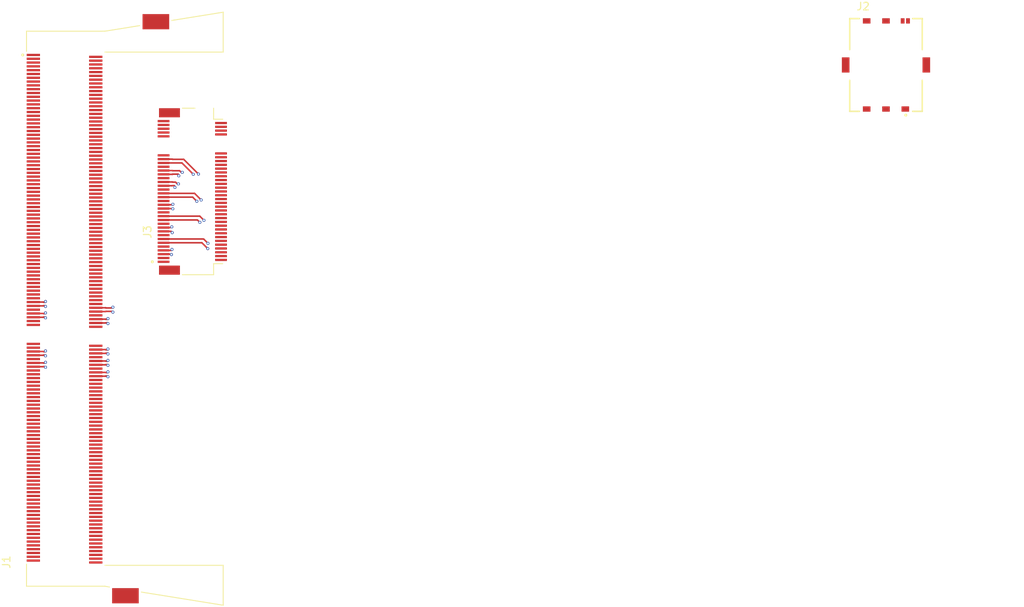
<source format=kicad_pcb>
(kicad_pcb (version 20171130) (host pcbnew 5.1.10)

  (general
    (thickness 1.6)
    (drawings 0)
    (tracks 270)
    (zones 0)
    (modules 3)
    (nets 284)
  )

  (page A4)
  (layers
    (0 F.Cu signal)
    (1 In1.Cu signal)
    (2 In2.Cu signal)
    (31 B.Cu signal)
    (33 F.Adhes user)
    (35 F.Paste user)
    (37 F.SilkS user)
    (39 F.Mask user)
    (40 Dwgs.User user)
    (41 Cmts.User user)
    (42 Eco1.User user)
    (43 Eco2.User user)
    (44 Edge.Cuts user)
    (45 Margin user)
    (46 B.CrtYd user)
    (47 F.CrtYd user)
    (49 F.Fab user)
  )

  (setup
    (last_trace_width 0.25)
    (trace_clearance 0.2)
    (zone_clearance 0.508)
    (zone_45_only no)
    (trace_min 0.2)
    (via_size 0.8)
    (via_drill 0.4)
    (via_min_size 0.3)
    (via_min_drill 0.2)
    (uvia_size 0.3)
    (uvia_drill 0.1)
    (uvias_allowed yes)
    (uvia_min_size 0.2)
    (uvia_min_drill 0.1)
    (edge_width 0.05)
    (segment_width 0.2)
    (pcb_text_width 0.3)
    (pcb_text_size 1.5 1.5)
    (mod_edge_width 0.12)
    (mod_text_size 1 1)
    (mod_text_width 0.15)
    (pad_size 1.524 1.524)
    (pad_drill 0.762)
    (pad_to_mask_clearance 0)
    (aux_axis_origin 0 0)
    (visible_elements FFFFFF7F)
    (pcbplotparams
      (layerselection 0x010fc_ffffffff)
      (usegerberextensions false)
      (usegerberattributes true)
      (usegerberadvancedattributes true)
      (creategerberjobfile true)
      (excludeedgelayer true)
      (linewidth 0.100000)
      (plotframeref false)
      (viasonmask false)
      (mode 1)
      (useauxorigin false)
      (hpglpennumber 1)
      (hpglpenspeed 20)
      (hpglpendiameter 15.000000)
      (psnegative false)
      (psa4output false)
      (plotreference true)
      (plotvalue true)
      (plotinvisibletext false)
      (padsonsilk false)
      (subtractmaskfromsilk false)
      (outputformat 1)
      (mirror false)
      (drillshape 1)
      (scaleselection 1)
      (outputdirectory ""))
  )

  (net 0 "")
  (net 1 GND)
  (net 2 VDD)
  (net 3 "Net-(J1-PadS1)")
  (net 4 "Net-(J1-Pad240)")
  (net 5 "Net-(J1-Pad239)")
  (net 6 "Net-(J1-Pad238)")
  (net 7 "Net-(J1-Pad237)")
  (net 8 "Net-(J1-Pad236)")
  (net 9 "Net-(J1-Pad235)")
  (net 10 "Net-(J1-Pad234)")
  (net 11 "Net-(J1-Pad233)")
  (net 12 "Net-(J1-Pad232)")
  (net 13 "Net-(J1-Pad231)")
  (net 14 "Net-(J1-Pad230)")
  (net 15 "Net-(J1-Pad229)")
  (net 16 "Net-(J1-Pad228)")
  (net 17 "Net-(J1-Pad227)")
  (net 18 "Net-(J1-Pad226)")
  (net 19 "Net-(J1-Pad225)")
  (net 20 "Net-(J1-Pad224)")
  (net 21 "Net-(J1-Pad223)")
  (net 22 "Net-(J1-Pad222)")
  (net 23 "Net-(J1-Pad221)")
  (net 24 "Net-(J1-Pad220)")
  (net 25 "Net-(J1-Pad219)")
  (net 26 "Net-(J1-Pad218)")
  (net 27 "Net-(J1-Pad217)")
  (net 28 "Net-(J1-Pad216)")
  (net 29 "Net-(J1-Pad215)")
  (net 30 "Net-(J1-Pad214)")
  (net 31 "Net-(J1-Pad213)")
  (net 32 "Net-(J1-Pad212)")
  (net 33 "Net-(J1-Pad211)")
  (net 34 "Net-(J1-Pad210)")
  (net 35 "Net-(J1-Pad209)")
  (net 36 "Net-(J1-Pad208)")
  (net 37 "Net-(J1-Pad207)")
  (net 38 "Net-(J1-Pad206)")
  (net 39 "Net-(J1-Pad205)")
  (net 40 "Net-(J1-Pad204)")
  (net 41 "Net-(J1-Pad203)")
  (net 42 "Net-(J1-Pad202)")
  (net 43 "Net-(J1-Pad201)")
  (net 44 "Net-(J1-Pad200)")
  (net 45 "Net-(J1-Pad199)")
  (net 46 "Net-(J1-Pad198)")
  (net 47 "Net-(J1-Pad197)")
  (net 48 "Net-(J1-Pad196)")
  (net 49 "Net-(J1-Pad195)")
  (net 50 "Net-(J1-Pad194)")
  (net 51 "Net-(J1-Pad193)")
  (net 52 "Net-(J1-Pad192)")
  (net 53 "Net-(J1-Pad191)")
  (net 54 "Net-(J1-Pad190)")
  (net 55 "Net-(J1-Pad189)")
  (net 56 "Net-(J1-Pad188)")
  (net 57 "Net-(J1-Pad187)")
  (net 58 "Net-(J1-Pad186)")
  (net 59 "Net-(J1-Pad185)")
  (net 60 "Net-(J1-Pad184)")
  (net 61 "Net-(J1-Pad183)")
  (net 62 "Net-(J1-Pad182)")
  (net 63 "Net-(J1-Pad181)")
  (net 64 "Net-(J1-Pad180)")
  (net 65 "Net-(J1-Pad179)")
  (net 66 "Net-(J1-Pad178)")
  (net 67 "Net-(J1-Pad177)")
  (net 68 "Net-(J1-Pad176)")
  (net 69 "Net-(J1-Pad175)")
  (net 70 "Net-(J1-Pad174)")
  (net 71 "Net-(J1-Pad173)")
  (net 72 "Net-(J1-Pad172)")
  (net 73 "Net-(J1-Pad171)")
  (net 74 "Net-(J1-Pad170)")
  (net 75 "Net-(J1-Pad169)")
  (net 76 "Net-(J1-Pad168)")
  (net 77 "Net-(J1-Pad167)")
  (net 78 "Net-(J1-Pad166)")
  (net 79 "Net-(J1-Pad165)")
  (net 80 "Net-(J1-Pad164)")
  (net 81 "Net-(J1-Pad163)")
  (net 82 "Net-(J1-Pad161)")
  (net 83 "Net-(J1-Pad159)")
  (net 84 "Net-(J1-Pad158)")
  (net 85 "Net-(J1-Pad153)")
  (net 86 "Net-(J1-Pad152)")
  (net 87 "Net-(J1-Pad147)")
  (net 88 "Net-(J1-Pad146)")
  (net 89 "Net-(J1-Pad145)")
  (net 90 "Net-(J1-Pad144)")
  (net 91 "Net-(J1-Pad143)")
  (net 92 "Net-(J1-Pad141)")
  (net 93 "Net-(J1-Pad138)")
  (net 94 "Net-(J1-Pad135)")
  (net 95 "Net-(J1-Pad132)")
  (net 96 "Net-(J1-Pad130)")
  (net 97 "Net-(J1-Pad129)")
  (net 98 "Net-(J1-Pad128)")
  (net 99 "Net-(J1-Pad127)")
  (net 100 "Net-(J1-Pad126)")
  (net 101 "Net-(J1-Pad125)")
  (net 102 "Net-(J1-Pad124)")
  (net 103 "Net-(J1-Pad123)")
  (net 104 "Net-(J1-Pad122)")
  (net 105 "Net-(J1-Pad121)")
  (net 106 "Net-(J1-Pad120)")
  (net 107 "Net-(J1-Pad119)")
  (net 108 "Net-(J1-Pad118)")
  (net 109 "Net-(J1-Pad117)")
  (net 110 "Net-(J1-Pad116)")
  (net 111 "Net-(J1-Pad115)")
  (net 112 "Net-(J1-Pad114)")
  (net 113 "Net-(J1-Pad113)")
  (net 114 "Net-(J1-Pad112)")
  (net 115 "Net-(J1-Pad111)")
  (net 116 "Net-(J1-Pad110)")
  (net 117 "Net-(J1-Pad109)")
  (net 118 "Net-(J1-Pad108)")
  (net 119 "Net-(J1-Pad107)")
  (net 120 "Net-(J1-Pad106)")
  (net 121 "Net-(J1-Pad105)")
  (net 122 "Net-(J1-Pad104)")
  (net 123 "Net-(J1-Pad103)")
  (net 124 "Net-(J1-Pad102)")
  (net 125 "Net-(J1-Pad101)")
  (net 126 "Net-(J1-Pad100)")
  (net 127 "Net-(J1-Pad99)")
  (net 128 "Net-(J1-Pad98)")
  (net 129 "Net-(J1-Pad97)")
  (net 130 "Net-(J1-Pad96)")
  (net 131 "Net-(J1-Pad95)")
  (net 132 "Net-(J1-Pad94)")
  (net 133 "Net-(J1-Pad93)")
  (net 134 "Net-(J1-Pad92)")
  (net 135 "Net-(J1-Pad91)")
  (net 136 "Net-(J1-Pad90)")
  (net 137 "Net-(J1-Pad89)")
  (net 138 "Net-(J1-Pad88)")
  (net 139 "Net-(J1-Pad87)")
  (net 140 "Net-(J1-Pad86)")
  (net 141 "Net-(J1-Pad85)")
  (net 142 "Net-(J1-Pad84)")
  (net 143 "Net-(J1-Pad83)")
  (net 144 "Net-(J1-Pad82)")
  (net 145 "Net-(J1-Pad81)")
  (net 146 "Net-(J1-Pad80)")
  (net 147 "Net-(J1-Pad79)")
  (net 148 "Net-(J1-Pad78)")
  (net 149 "Net-(J1-Pad77)")
  (net 150 "Net-(J1-Pad76)")
  (net 151 "Net-(J1-Pad75)")
  (net 152 "Net-(J1-Pad74)")
  (net 153 "Net-(J1-Pad73)")
  (net 154 "Net-(J1-Pad72)")
  (net 155 "Net-(J1-Pad71)")
  (net 156 "Net-(J1-Pad70)")
  (net 157 "Net-(J1-Pad69)")
  (net 158 "Net-(J1-Pad68)")
  (net 159 "Net-(J1-Pad67)")
  (net 160 "Net-(J1-Pad66)")
  (net 161 "Net-(J1-Pad65)")
  (net 162 "Net-(J1-Pad64)")
  (net 163 "Net-(J1-Pad63)")
  (net 164 "Net-(J1-Pad62)")
  (net 165 "Net-(J1-Pad61)")
  (net 166 "Net-(J1-Pad60)")
  (net 167 "Net-(J1-Pad59)")
  (net 168 "Net-(J1-Pad58)")
  (net 169 "Net-(J1-Pad57)")
  (net 170 "Net-(J1-Pad56)")
  (net 171 "Net-(J1-Pad55)")
  (net 172 "Net-(J1-Pad54)")
  (net 173 "Net-(J1-Pad53)")
  (net 174 "Net-(J1-Pad52)")
  (net 175 "Net-(J1-Pad51)")
  (net 176 "Net-(J1-Pad48)")
  (net 177 "Net-(J1-Pad47)")
  (net 178 "Net-(J1-Pad46)")
  (net 179 "Net-(J1-Pad45)")
  (net 180 "Net-(J1-Pad42)")
  (net 181 "Net-(J1-Pad41)")
  (net 182 "Net-(J1-Pad40)")
  (net 183 "Net-(J1-Pad39)")
  (net 184 "Net-(J1-Pad36)")
  (net 185 "Net-(J1-Pad35)")
  (net 186 "Net-(J1-Pad34)")
  (net 187 "Net-(J1-Pad33)")
  (net 188 "Net-(J1-Pad30)")
  (net 189 "Net-(J1-Pad29)")
  (net 190 "Net-(J1-Pad28)")
  (net 191 "Net-(J1-Pad27)")
  (net 192 "Net-(J1-Pad24)")
  (net 193 "Net-(J1-Pad23)")
  (net 194 "Net-(J1-Pad22)")
  (net 195 "Net-(J1-Pad21)")
  (net 196 "Net-(J1-Pad18)")
  (net 197 "Net-(J1-Pad17)")
  (net 198 "Net-(J1-Pad16)")
  (net 199 "Net-(J1-Pad15)")
  (net 200 "Net-(J1-Pad12)")
  (net 201 "Net-(J1-Pad11)")
  (net 202 "Net-(J1-Pad10)")
  (net 203 "Net-(J1-Pad9)")
  (net 204 "Net-(J1-Pad6)")
  (net 205 "Net-(J1-Pad5)")
  (net 206 "Net-(J1-Pad4)")
  (net 207 "Net-(J1-Pad3)")
  (net 208 "Net-(J2-PadCD)")
  (net 209 "Net-(J2-PadC4)")
  (net 210 "Net-(J2-PadC7)")
  (net 211 "Net-(J2-PadC6)")
  (net 212 "Net-(J2-PadC5)")
  (net 213 "Net-(J2-PadC3)")
  (net 214 "Net-(J2-PadC2)")
  (net 215 "Net-(J2-PadC1)")
  (net 216 PCIE0_RX0_N)
  (net 217 "Net-(J3-PadS1)")
  (net 218 "Net-(J3-Pad75)")
  (net 219 "Net-(J3-Pad74)")
  (net 220 "Net-(J3-Pad73)")
  (net 221 "Net-(J3-Pad72)")
  (net 222 "Net-(J3-Pad71)")
  (net 223 "Net-(J3-Pad70)")
  (net 224 "Net-(J3-Pad69)")
  (net 225 "Net-(J3-Pad68)")
  (net 226 "Net-(J3-Pad67)")
  (net 227 "Net-(J3-Pad58)")
  (net 228 "Net-(J3-Pad57)")
  (net 229 "Net-(J3-Pad56)")
  (net 230 "Net-(J3-Pad54)")
  (net 231 "Net-(J3-Pad52)")
  (net 232 "Net-(J3-Pad51)")
  (net 233 "Net-(J3-Pad50)")
  (net 234 "Net-(J3-Pad48)")
  (net 235 "Net-(J3-Pad46)")
  (net 236 "Net-(J3-Pad45)")
  (net 237 "Net-(J3-Pad44)")
  (net 238 "Net-(J3-Pad42)")
  (net 239 "Net-(J3-Pad40)")
  (net 240 "Net-(J3-Pad39)")
  (net 241 "Net-(J3-Pad38)")
  (net 242 "Net-(J3-Pad36)")
  (net 243 "Net-(J3-Pad34)")
  (net 244 "Net-(J3-Pad33)")
  (net 245 "Net-(J3-Pad32)")
  (net 246 "Net-(J3-Pad30)")
  (net 247 "Net-(J3-Pad28)")
  (net 248 "Net-(J3-Pad27)")
  (net 249 "Net-(J3-Pad26)")
  (net 250 "Net-(J3-Pad24)")
  (net 251 "Net-(J3-Pad22)")
  (net 252 "Net-(J3-Pad21)")
  (net 253 "Net-(J3-Pad20)")
  (net 254 "Net-(J3-Pad18)")
  (net 255 "Net-(J3-Pad16)")
  (net 256 "Net-(J3-Pad15)")
  (net 257 "Net-(J3-Pad14)")
  (net 258 "Net-(J3-Pad12)")
  (net 259 "Net-(J3-Pad10)")
  (net 260 "Net-(J3-Pad9)")
  (net 261 "Net-(J3-Pad8)")
  (net 262 "Net-(J3-Pad6)")
  (net 263 "Net-(J3-Pad4)")
  (net 264 "Net-(J3-Pad3)")
  (net 265 "Net-(J3-Pad2)")
  (net 266 "Net-(J3-Pad1)")
  (net 267 PCIE0_TX0_P)
  (net 268 PCIE0_TX0_N)
  (net 269 PCIE0_RX0_P)
  (net 270 PCIE0_RX3_P)
  (net 271 PCIE0_TX3_P)
  (net 272 PCIE0_RX3_N)
  (net 273 PCIE0_TX3_N)
  (net 274 PCIE0_RX2_P)
  (net 275 PCIE0_TX2_P)
  (net 276 PCIE0_RX2_N)
  (net 277 PCIE0_TX2_N)
  (net 278 PCIE0_TX1_P)
  (net 279 PCIE0_TX1_N)
  (net 280 PCIE0_RX1_P)
  (net 281 PCIE0_RX1_N)
  (net 282 PCIE0_CLK_P)
  (net 283 PCIE0_CLK_N)

  (net_class Default "This is the default net class."
    (clearance 0.2)
    (trace_width 0.25)
    (via_dia 0.8)
    (via_drill 0.4)
    (uvia_dia 0.3)
    (uvia_drill 0.1)
    (add_net GND)
    (add_net "Net-(J1-Pad10)")
    (add_net "Net-(J1-Pad100)")
    (add_net "Net-(J1-Pad101)")
    (add_net "Net-(J1-Pad102)")
    (add_net "Net-(J1-Pad103)")
    (add_net "Net-(J1-Pad104)")
    (add_net "Net-(J1-Pad105)")
    (add_net "Net-(J1-Pad106)")
    (add_net "Net-(J1-Pad107)")
    (add_net "Net-(J1-Pad108)")
    (add_net "Net-(J1-Pad109)")
    (add_net "Net-(J1-Pad11)")
    (add_net "Net-(J1-Pad110)")
    (add_net "Net-(J1-Pad111)")
    (add_net "Net-(J1-Pad112)")
    (add_net "Net-(J1-Pad113)")
    (add_net "Net-(J1-Pad114)")
    (add_net "Net-(J1-Pad115)")
    (add_net "Net-(J1-Pad116)")
    (add_net "Net-(J1-Pad117)")
    (add_net "Net-(J1-Pad118)")
    (add_net "Net-(J1-Pad119)")
    (add_net "Net-(J1-Pad12)")
    (add_net "Net-(J1-Pad120)")
    (add_net "Net-(J1-Pad121)")
    (add_net "Net-(J1-Pad122)")
    (add_net "Net-(J1-Pad123)")
    (add_net "Net-(J1-Pad124)")
    (add_net "Net-(J1-Pad125)")
    (add_net "Net-(J1-Pad126)")
    (add_net "Net-(J1-Pad127)")
    (add_net "Net-(J1-Pad128)")
    (add_net "Net-(J1-Pad129)")
    (add_net "Net-(J1-Pad130)")
    (add_net "Net-(J1-Pad132)")
    (add_net "Net-(J1-Pad135)")
    (add_net "Net-(J1-Pad138)")
    (add_net "Net-(J1-Pad141)")
    (add_net "Net-(J1-Pad143)")
    (add_net "Net-(J1-Pad144)")
    (add_net "Net-(J1-Pad145)")
    (add_net "Net-(J1-Pad146)")
    (add_net "Net-(J1-Pad147)")
    (add_net "Net-(J1-Pad15)")
    (add_net "Net-(J1-Pad152)")
    (add_net "Net-(J1-Pad153)")
    (add_net "Net-(J1-Pad158)")
    (add_net "Net-(J1-Pad159)")
    (add_net "Net-(J1-Pad16)")
    (add_net "Net-(J1-Pad161)")
    (add_net "Net-(J1-Pad163)")
    (add_net "Net-(J1-Pad164)")
    (add_net "Net-(J1-Pad165)")
    (add_net "Net-(J1-Pad166)")
    (add_net "Net-(J1-Pad167)")
    (add_net "Net-(J1-Pad168)")
    (add_net "Net-(J1-Pad169)")
    (add_net "Net-(J1-Pad17)")
    (add_net "Net-(J1-Pad170)")
    (add_net "Net-(J1-Pad171)")
    (add_net "Net-(J1-Pad172)")
    (add_net "Net-(J1-Pad173)")
    (add_net "Net-(J1-Pad174)")
    (add_net "Net-(J1-Pad175)")
    (add_net "Net-(J1-Pad176)")
    (add_net "Net-(J1-Pad177)")
    (add_net "Net-(J1-Pad178)")
    (add_net "Net-(J1-Pad179)")
    (add_net "Net-(J1-Pad18)")
    (add_net "Net-(J1-Pad180)")
    (add_net "Net-(J1-Pad181)")
    (add_net "Net-(J1-Pad182)")
    (add_net "Net-(J1-Pad183)")
    (add_net "Net-(J1-Pad184)")
    (add_net "Net-(J1-Pad185)")
    (add_net "Net-(J1-Pad186)")
    (add_net "Net-(J1-Pad187)")
    (add_net "Net-(J1-Pad188)")
    (add_net "Net-(J1-Pad189)")
    (add_net "Net-(J1-Pad190)")
    (add_net "Net-(J1-Pad191)")
    (add_net "Net-(J1-Pad192)")
    (add_net "Net-(J1-Pad193)")
    (add_net "Net-(J1-Pad194)")
    (add_net "Net-(J1-Pad195)")
    (add_net "Net-(J1-Pad196)")
    (add_net "Net-(J1-Pad197)")
    (add_net "Net-(J1-Pad198)")
    (add_net "Net-(J1-Pad199)")
    (add_net "Net-(J1-Pad200)")
    (add_net "Net-(J1-Pad201)")
    (add_net "Net-(J1-Pad202)")
    (add_net "Net-(J1-Pad203)")
    (add_net "Net-(J1-Pad204)")
    (add_net "Net-(J1-Pad205)")
    (add_net "Net-(J1-Pad206)")
    (add_net "Net-(J1-Pad207)")
    (add_net "Net-(J1-Pad208)")
    (add_net "Net-(J1-Pad209)")
    (add_net "Net-(J1-Pad21)")
    (add_net "Net-(J1-Pad210)")
    (add_net "Net-(J1-Pad211)")
    (add_net "Net-(J1-Pad212)")
    (add_net "Net-(J1-Pad213)")
    (add_net "Net-(J1-Pad214)")
    (add_net "Net-(J1-Pad215)")
    (add_net "Net-(J1-Pad216)")
    (add_net "Net-(J1-Pad217)")
    (add_net "Net-(J1-Pad218)")
    (add_net "Net-(J1-Pad219)")
    (add_net "Net-(J1-Pad22)")
    (add_net "Net-(J1-Pad220)")
    (add_net "Net-(J1-Pad221)")
    (add_net "Net-(J1-Pad222)")
    (add_net "Net-(J1-Pad223)")
    (add_net "Net-(J1-Pad224)")
    (add_net "Net-(J1-Pad225)")
    (add_net "Net-(J1-Pad226)")
    (add_net "Net-(J1-Pad227)")
    (add_net "Net-(J1-Pad228)")
    (add_net "Net-(J1-Pad229)")
    (add_net "Net-(J1-Pad23)")
    (add_net "Net-(J1-Pad230)")
    (add_net "Net-(J1-Pad231)")
    (add_net "Net-(J1-Pad232)")
    (add_net "Net-(J1-Pad233)")
    (add_net "Net-(J1-Pad234)")
    (add_net "Net-(J1-Pad235)")
    (add_net "Net-(J1-Pad236)")
    (add_net "Net-(J1-Pad237)")
    (add_net "Net-(J1-Pad238)")
    (add_net "Net-(J1-Pad239)")
    (add_net "Net-(J1-Pad24)")
    (add_net "Net-(J1-Pad240)")
    (add_net "Net-(J1-Pad27)")
    (add_net "Net-(J1-Pad28)")
    (add_net "Net-(J1-Pad29)")
    (add_net "Net-(J1-Pad3)")
    (add_net "Net-(J1-Pad30)")
    (add_net "Net-(J1-Pad33)")
    (add_net "Net-(J1-Pad34)")
    (add_net "Net-(J1-Pad35)")
    (add_net "Net-(J1-Pad36)")
    (add_net "Net-(J1-Pad39)")
    (add_net "Net-(J1-Pad4)")
    (add_net "Net-(J1-Pad40)")
    (add_net "Net-(J1-Pad41)")
    (add_net "Net-(J1-Pad42)")
    (add_net "Net-(J1-Pad45)")
    (add_net "Net-(J1-Pad46)")
    (add_net "Net-(J1-Pad47)")
    (add_net "Net-(J1-Pad48)")
    (add_net "Net-(J1-Pad5)")
    (add_net "Net-(J1-Pad51)")
    (add_net "Net-(J1-Pad52)")
    (add_net "Net-(J1-Pad53)")
    (add_net "Net-(J1-Pad54)")
    (add_net "Net-(J1-Pad55)")
    (add_net "Net-(J1-Pad56)")
    (add_net "Net-(J1-Pad57)")
    (add_net "Net-(J1-Pad58)")
    (add_net "Net-(J1-Pad59)")
    (add_net "Net-(J1-Pad6)")
    (add_net "Net-(J1-Pad60)")
    (add_net "Net-(J1-Pad61)")
    (add_net "Net-(J1-Pad62)")
    (add_net "Net-(J1-Pad63)")
    (add_net "Net-(J1-Pad64)")
    (add_net "Net-(J1-Pad65)")
    (add_net "Net-(J1-Pad66)")
    (add_net "Net-(J1-Pad67)")
    (add_net "Net-(J1-Pad68)")
    (add_net "Net-(J1-Pad69)")
    (add_net "Net-(J1-Pad70)")
    (add_net "Net-(J1-Pad71)")
    (add_net "Net-(J1-Pad72)")
    (add_net "Net-(J1-Pad73)")
    (add_net "Net-(J1-Pad74)")
    (add_net "Net-(J1-Pad75)")
    (add_net "Net-(J1-Pad76)")
    (add_net "Net-(J1-Pad77)")
    (add_net "Net-(J1-Pad78)")
    (add_net "Net-(J1-Pad79)")
    (add_net "Net-(J1-Pad80)")
    (add_net "Net-(J1-Pad81)")
    (add_net "Net-(J1-Pad82)")
    (add_net "Net-(J1-Pad83)")
    (add_net "Net-(J1-Pad84)")
    (add_net "Net-(J1-Pad85)")
    (add_net "Net-(J1-Pad86)")
    (add_net "Net-(J1-Pad87)")
    (add_net "Net-(J1-Pad88)")
    (add_net "Net-(J1-Pad89)")
    (add_net "Net-(J1-Pad9)")
    (add_net "Net-(J1-Pad90)")
    (add_net "Net-(J1-Pad91)")
    (add_net "Net-(J1-Pad92)")
    (add_net "Net-(J1-Pad93)")
    (add_net "Net-(J1-Pad94)")
    (add_net "Net-(J1-Pad95)")
    (add_net "Net-(J1-Pad96)")
    (add_net "Net-(J1-Pad97)")
    (add_net "Net-(J1-Pad98)")
    (add_net "Net-(J1-Pad99)")
    (add_net "Net-(J1-PadS1)")
    (add_net "Net-(J2-PadC1)")
    (add_net "Net-(J2-PadC2)")
    (add_net "Net-(J2-PadC3)")
    (add_net "Net-(J2-PadC4)")
    (add_net "Net-(J2-PadC5)")
    (add_net "Net-(J2-PadC6)")
    (add_net "Net-(J2-PadC7)")
    (add_net "Net-(J2-PadCD)")
    (add_net "Net-(J3-Pad1)")
    (add_net "Net-(J3-Pad10)")
    (add_net "Net-(J3-Pad12)")
    (add_net "Net-(J3-Pad14)")
    (add_net "Net-(J3-Pad15)")
    (add_net "Net-(J3-Pad16)")
    (add_net "Net-(J3-Pad18)")
    (add_net "Net-(J3-Pad2)")
    (add_net "Net-(J3-Pad20)")
    (add_net "Net-(J3-Pad21)")
    (add_net "Net-(J3-Pad22)")
    (add_net "Net-(J3-Pad24)")
    (add_net "Net-(J3-Pad26)")
    (add_net "Net-(J3-Pad27)")
    (add_net "Net-(J3-Pad28)")
    (add_net "Net-(J3-Pad3)")
    (add_net "Net-(J3-Pad30)")
    (add_net "Net-(J3-Pad32)")
    (add_net "Net-(J3-Pad33)")
    (add_net "Net-(J3-Pad34)")
    (add_net "Net-(J3-Pad36)")
    (add_net "Net-(J3-Pad38)")
    (add_net "Net-(J3-Pad39)")
    (add_net "Net-(J3-Pad4)")
    (add_net "Net-(J3-Pad40)")
    (add_net "Net-(J3-Pad42)")
    (add_net "Net-(J3-Pad44)")
    (add_net "Net-(J3-Pad45)")
    (add_net "Net-(J3-Pad46)")
    (add_net "Net-(J3-Pad48)")
    (add_net "Net-(J3-Pad50)")
    (add_net "Net-(J3-Pad51)")
    (add_net "Net-(J3-Pad52)")
    (add_net "Net-(J3-Pad54)")
    (add_net "Net-(J3-Pad56)")
    (add_net "Net-(J3-Pad57)")
    (add_net "Net-(J3-Pad58)")
    (add_net "Net-(J3-Pad6)")
    (add_net "Net-(J3-Pad67)")
    (add_net "Net-(J3-Pad68)")
    (add_net "Net-(J3-Pad69)")
    (add_net "Net-(J3-Pad70)")
    (add_net "Net-(J3-Pad71)")
    (add_net "Net-(J3-Pad72)")
    (add_net "Net-(J3-Pad73)")
    (add_net "Net-(J3-Pad74)")
    (add_net "Net-(J3-Pad75)")
    (add_net "Net-(J3-Pad8)")
    (add_net "Net-(J3-Pad9)")
    (add_net "Net-(J3-PadS1)")
    (add_net VDD)
  )

  (net_class PCIE ""
    (clearance 0.2)
    (trace_width 0.25)
    (via_dia 0.4)
    (via_drill 0.2)
    (uvia_dia 0.3)
    (uvia_drill 0.1)
    (add_net PCIE0_CLK_N)
    (add_net PCIE0_CLK_P)
    (add_net PCIE0_RX0_N)
    (add_net PCIE0_RX0_P)
    (add_net PCIE0_RX1_N)
    (add_net PCIE0_RX1_P)
    (add_net PCIE0_RX2_N)
    (add_net PCIE0_RX2_P)
    (add_net PCIE0_RX3_N)
    (add_net PCIE0_RX3_P)
    (add_net PCIE0_TX0_N)
    (add_net PCIE0_TX0_P)
    (add_net PCIE0_TX1_N)
    (add_net PCIE0_TX1_P)
    (add_net PCIE0_TX2_N)
    (add_net PCIE0_TX2_P)
    (add_net PCIE0_TX3_N)
    (add_net PCIE0_TX3_P)
  )

  (module SnapEdaLib:TE_2309413-1 (layer F.Cu) (tedit 6127DA82) (tstamp 6128232C)
    (at 71.12 55.245 90)
    (path /612C2548)
    (fp_text reference J1 (at -29.825 -7.635 90) (layer F.SilkS)
      (effects (font (size 1 1) (thickness 0.15)))
    )
    (fp_text value 2309413-1 (at -25.38 -6.135 90) (layer F.Fab)
      (effects (font (size 1 1) (thickness 0.15)))
    )
    (fp_line (start -33 -5) (end -33 5.3) (layer F.Fab) (width 0.127))
    (fp_line (start -33 5.3) (end -35.5 20.85) (layer F.Fab) (width 0.127))
    (fp_line (start -35.5 20.85) (end -30.25 20.85) (layer F.Fab) (width 0.127))
    (fp_line (start -30.25 20.85) (end -30.25 3.9) (layer F.Fab) (width 0.127))
    (fp_line (start -30.25 3.9) (end 37.25 3.9) (layer F.Fab) (width 0.127))
    (fp_line (start 37.25 3.9) (end 37.25 20.85) (layer F.Fab) (width 0.127))
    (fp_line (start 37.25 20.85) (end 42.5 20.85) (layer F.Fab) (width 0.127))
    (fp_line (start 42.5 20.85) (end 40 5.3) (layer F.Fab) (width 0.127))
    (fp_line (start 40 5.3) (end 40 -5) (layer F.Fab) (width 0.127))
    (fp_line (start 40 -5) (end -33 -5) (layer F.Fab) (width 0.127))
    (fp_line (start -30.095 -5) (end -33 -5) (layer F.SilkS) (width 0.127))
    (fp_line (start -33 -5) (end -33 5.3) (layer F.SilkS) (width 0.127))
    (fp_line (start -35.5 20.85) (end -30.25 20.85) (layer F.SilkS) (width 0.127))
    (fp_line (start -30.25 20.85) (end -30.25 5.3) (layer F.SilkS) (width 0.127))
    (fp_line (start 37.25 5.3) (end 37.25 20.85) (layer F.SilkS) (width 0.127))
    (fp_line (start 37.25 20.85) (end 42.5 20.85) (layer F.SilkS) (width 0.127))
    (fp_line (start 40 5.3) (end 40 -5) (layer F.SilkS) (width 0.127))
    (fp_line (start 40 -5) (end 37.345 -5) (layer F.SilkS) (width 0.127))
    (fp_line (start -33.25 -5.25) (end 40.25 -5.25) (layer F.CrtYd) (width 0.05))
    (fp_line (start 40.25 -5.25) (end 40.25 3.7) (layer F.CrtYd) (width 0.05))
    (fp_line (start 40.25 3.7) (end 42.75 3.7) (layer F.CrtYd) (width 0.05))
    (fp_line (start 42.75 3.7) (end 42.75 21.1) (layer F.CrtYd) (width 0.05))
    (fp_line (start 42.75 21.1) (end 37 21.1) (layer F.CrtYd) (width 0.05))
    (fp_line (start 37 21.1) (end 37 5.225) (layer F.CrtYd) (width 0.05))
    (fp_line (start 37 5.225) (end -29.75 5.225) (layer F.CrtYd) (width 0.05))
    (fp_line (start -29.75 5.225) (end -29.75 21.1) (layer F.CrtYd) (width 0.05))
    (fp_line (start -29.75 21.1) (end -35.75 21.1) (layer F.CrtYd) (width 0.05))
    (fp_line (start -35.75 21.1) (end -35.75 3.7) (layer F.CrtYd) (width 0.05))
    (fp_line (start -35.75 3.7) (end -33.25 3.7) (layer F.CrtYd) (width 0.05))
    (fp_line (start -33.25 3.7) (end -33.25 -5.25) (layer F.CrtYd) (width 0.05))
    (fp_circle (center 36.875 -5.5) (end 36.975 -5.5) (layer F.SilkS) (width 0.2))
    (fp_circle (center 36.875 -5.5) (end 36.975 -5.5) (layer F.Fab) (width 0.2))
    (fp_line (start -33 5.3) (end -33.1 5.9) (layer F.SilkS) (width 0.127))
    (fp_line (start -35.5 20.85) (end -33.77 10.105) (layer F.SilkS) (width 0.127))
    (fp_line (start 40 5.3) (end 40.735 9.87) (layer F.SilkS) (width 0.127))
    (fp_line (start 42.5 20.85) (end 41.415 14.1) (layer F.SilkS) (width 0.127))
    (pad S1 smd rect (at 41.25 12 90) (size 2 3.5) (layers F.Cu F.Paste F.Mask)
      (net 3 "Net-(J1-PadS1)"))
    (pad S2 smd rect (at -34.25 8 90) (size 2 3.5) (layers F.Cu F.Paste F.Mask)
      (net 3 "Net-(J1-PadS1)"))
    (pad None np_thru_hole circle (at -30.9 0 90) (size 1.15 1.15) (drill 1.15) (layers *.Cu *.Mask))
    (pad None np_thru_hole circle (at 37.9 0 90) (size 1.65 1.65) (drill 1.65) (layers *.Cu *.Mask))
    (pad 260 smd rect (at -29.875 4.1 90) (size 0.3 1.75) (layers F.Cu F.Paste F.Mask)
      (net 2 VDD))
    (pad 259 smd rect (at -29.625 -4.1 90) (size 0.3 1.75) (layers F.Cu F.Paste F.Mask)
      (net 2 VDD))
    (pad 258 smd rect (at -29.375 4.1 90) (size 0.3 1.75) (layers F.Cu F.Paste F.Mask)
      (net 2 VDD))
    (pad 257 smd rect (at -29.125 -4.1 90) (size 0.3 1.75) (layers F.Cu F.Paste F.Mask)
      (net 2 VDD))
    (pad 256 smd rect (at -28.875 4.1 90) (size 0.3 1.75) (layers F.Cu F.Paste F.Mask)
      (net 2 VDD))
    (pad 255 smd rect (at -28.625 -4.1 90) (size 0.3 1.75) (layers F.Cu F.Paste F.Mask)
      (net 2 VDD))
    (pad 254 smd rect (at -28.375 4.1 90) (size 0.3 1.75) (layers F.Cu F.Paste F.Mask)
      (net 2 VDD))
    (pad 253 smd rect (at -28.125 -4.1 90) (size 0.3 1.75) (layers F.Cu F.Paste F.Mask)
      (net 2 VDD))
    (pad 252 smd rect (at -27.875 4.1 90) (size 0.3 1.75) (layers F.Cu F.Paste F.Mask)
      (net 2 VDD))
    (pad 251 smd rect (at -27.625 -4.1 90) (size 0.3 1.75) (layers F.Cu F.Paste F.Mask)
      (net 2 VDD))
    (pad 250 smd rect (at -27.375 4.1 90) (size 0.3 1.75) (layers F.Cu F.Paste F.Mask)
      (net 1 GND))
    (pad 249 smd rect (at -27.125 -4.1 90) (size 0.3 1.75) (layers F.Cu F.Paste F.Mask)
      (net 1 GND))
    (pad 248 smd rect (at -26.875 4.1 90) (size 0.3 1.75) (layers F.Cu F.Paste F.Mask)
      (net 1 GND))
    (pad 247 smd rect (at -26.625 -4.1 90) (size 0.3 1.75) (layers F.Cu F.Paste F.Mask)
      (net 1 GND))
    (pad 246 smd rect (at -26.375 4.1 90) (size 0.3 1.75) (layers F.Cu F.Paste F.Mask)
      (net 1 GND))
    (pad 245 smd rect (at -26.125 -4.1 90) (size 0.3 1.75) (layers F.Cu F.Paste F.Mask)
      (net 1 GND))
    (pad 244 smd rect (at -25.875 4.1 90) (size 0.3 1.75) (layers F.Cu F.Paste F.Mask)
      (net 1 GND))
    (pad 243 smd rect (at -25.625 -4.1 90) (size 0.3 1.75) (layers F.Cu F.Paste F.Mask)
      (net 1 GND))
    (pad 242 smd rect (at -25.375 4.1 90) (size 0.3 1.75) (layers F.Cu F.Paste F.Mask)
      (net 1 GND))
    (pad 241 smd rect (at -25.125 -4.1 90) (size 0.3 1.75) (layers F.Cu F.Paste F.Mask)
      (net 1 GND))
    (pad 240 smd rect (at -24.875 4.1 90) (size 0.3 1.75) (layers F.Cu F.Paste F.Mask)
      (net 4 "Net-(J1-Pad240)"))
    (pad 239 smd rect (at -24.625 -4.1 90) (size 0.3 1.75) (layers F.Cu F.Paste F.Mask)
      (net 5 "Net-(J1-Pad239)"))
    (pad 238 smd rect (at -24.375 4.1 90) (size 0.3 1.75) (layers F.Cu F.Paste F.Mask)
      (net 6 "Net-(J1-Pad238)"))
    (pad 237 smd rect (at -24.125 -4.1 90) (size 0.3 1.75) (layers F.Cu F.Paste F.Mask)
      (net 7 "Net-(J1-Pad237)"))
    (pad 236 smd rect (at -23.875 4.1 90) (size 0.3 1.75) (layers F.Cu F.Paste F.Mask)
      (net 8 "Net-(J1-Pad236)"))
    (pad 235 smd rect (at -23.625 -4.1 90) (size 0.3 1.75) (layers F.Cu F.Paste F.Mask)
      (net 9 "Net-(J1-Pad235)"))
    (pad 234 smd rect (at -23.375 4.1 90) (size 0.3 1.75) (layers F.Cu F.Paste F.Mask)
      (net 10 "Net-(J1-Pad234)"))
    (pad 233 smd rect (at -23.125 -4.1 90) (size 0.3 1.75) (layers F.Cu F.Paste F.Mask)
      (net 11 "Net-(J1-Pad233)"))
    (pad 232 smd rect (at -22.875 4.1 90) (size 0.3 1.75) (layers F.Cu F.Paste F.Mask)
      (net 12 "Net-(J1-Pad232)"))
    (pad 231 smd rect (at -22.625 -4.1 90) (size 0.3 1.75) (layers F.Cu F.Paste F.Mask)
      (net 13 "Net-(J1-Pad231)"))
    (pad 230 smd rect (at -22.375 4.1 90) (size 0.3 1.75) (layers F.Cu F.Paste F.Mask)
      (net 14 "Net-(J1-Pad230)"))
    (pad 229 smd rect (at -22.125 -4.1 90) (size 0.3 1.75) (layers F.Cu F.Paste F.Mask)
      (net 15 "Net-(J1-Pad229)"))
    (pad 228 smd rect (at -21.875 4.1 90) (size 0.3 1.75) (layers F.Cu F.Paste F.Mask)
      (net 16 "Net-(J1-Pad228)"))
    (pad 227 smd rect (at -21.625 -4.1 90) (size 0.3 1.75) (layers F.Cu F.Paste F.Mask)
      (net 17 "Net-(J1-Pad227)"))
    (pad 226 smd rect (at -21.375 4.1 90) (size 0.3 1.75) (layers F.Cu F.Paste F.Mask)
      (net 18 "Net-(J1-Pad226)"))
    (pad 225 smd rect (at -21.125 -4.1 90) (size 0.3 1.75) (layers F.Cu F.Paste F.Mask)
      (net 19 "Net-(J1-Pad225)"))
    (pad 224 smd rect (at -20.875 4.1 90) (size 0.3 1.75) (layers F.Cu F.Paste F.Mask)
      (net 20 "Net-(J1-Pad224)"))
    (pad 223 smd rect (at -20.625 -4.1 90) (size 0.3 1.75) (layers F.Cu F.Paste F.Mask)
      (net 21 "Net-(J1-Pad223)"))
    (pad 222 smd rect (at -20.375 4.1 90) (size 0.3 1.75) (layers F.Cu F.Paste F.Mask)
      (net 22 "Net-(J1-Pad222)"))
    (pad 221 smd rect (at -20.125 -4.1 90) (size 0.3 1.75) (layers F.Cu F.Paste F.Mask)
      (net 23 "Net-(J1-Pad221)"))
    (pad 220 smd rect (at -19.875 4.1 90) (size 0.3 1.75) (layers F.Cu F.Paste F.Mask)
      (net 24 "Net-(J1-Pad220)"))
    (pad 219 smd rect (at -19.625 -4.1 90) (size 0.3 1.75) (layers F.Cu F.Paste F.Mask)
      (net 25 "Net-(J1-Pad219)"))
    (pad 218 smd rect (at -19.375 4.1 90) (size 0.3 1.75) (layers F.Cu F.Paste F.Mask)
      (net 26 "Net-(J1-Pad218)"))
    (pad 217 smd rect (at -19.125 -4.1 90) (size 0.3 1.75) (layers F.Cu F.Paste F.Mask)
      (net 27 "Net-(J1-Pad217)"))
    (pad 216 smd rect (at -18.875 4.1 90) (size 0.3 1.75) (layers F.Cu F.Paste F.Mask)
      (net 28 "Net-(J1-Pad216)"))
    (pad 215 smd rect (at -18.625 -4.1 90) (size 0.3 1.75) (layers F.Cu F.Paste F.Mask)
      (net 29 "Net-(J1-Pad215)"))
    (pad 214 smd rect (at -18.375 4.1 90) (size 0.3 1.75) (layers F.Cu F.Paste F.Mask)
      (net 30 "Net-(J1-Pad214)"))
    (pad 213 smd rect (at -18.125 -4.1 90) (size 0.3 1.75) (layers F.Cu F.Paste F.Mask)
      (net 31 "Net-(J1-Pad213)"))
    (pad 212 smd rect (at -17.875 4.1 90) (size 0.3 1.75) (layers F.Cu F.Paste F.Mask)
      (net 32 "Net-(J1-Pad212)"))
    (pad 211 smd rect (at -17.625 -4.1 90) (size 0.3 1.75) (layers F.Cu F.Paste F.Mask)
      (net 33 "Net-(J1-Pad211)"))
    (pad 210 smd rect (at -17.375 4.1 90) (size 0.3 1.75) (layers F.Cu F.Paste F.Mask)
      (net 34 "Net-(J1-Pad210)"))
    (pad 209 smd rect (at -17.125 -4.1 90) (size 0.3 1.75) (layers F.Cu F.Paste F.Mask)
      (net 35 "Net-(J1-Pad209)"))
    (pad 208 smd rect (at -16.875 4.1 90) (size 0.3 1.75) (layers F.Cu F.Paste F.Mask)
      (net 36 "Net-(J1-Pad208)"))
    (pad 207 smd rect (at -16.625 -4.1 90) (size 0.3 1.75) (layers F.Cu F.Paste F.Mask)
      (net 37 "Net-(J1-Pad207)"))
    (pad 206 smd rect (at -16.375 4.1 90) (size 0.3 1.75) (layers F.Cu F.Paste F.Mask)
      (net 38 "Net-(J1-Pad206)"))
    (pad 205 smd rect (at -16.125 -4.1 90) (size 0.3 1.75) (layers F.Cu F.Paste F.Mask)
      (net 39 "Net-(J1-Pad205)"))
    (pad 204 smd rect (at -15.875 4.1 90) (size 0.3 1.75) (layers F.Cu F.Paste F.Mask)
      (net 40 "Net-(J1-Pad204)"))
    (pad 203 smd rect (at -15.625 -4.1 90) (size 0.3 1.75) (layers F.Cu F.Paste F.Mask)
      (net 41 "Net-(J1-Pad203)"))
    (pad 202 smd rect (at -15.375 4.1 90) (size 0.3 1.75) (layers F.Cu F.Paste F.Mask)
      (net 42 "Net-(J1-Pad202)"))
    (pad 201 smd rect (at -15.125 -4.1 90) (size 0.3 1.75) (layers F.Cu F.Paste F.Mask)
      (net 43 "Net-(J1-Pad201)"))
    (pad 200 smd rect (at -14.875 4.1 90) (size 0.3 1.75) (layers F.Cu F.Paste F.Mask)
      (net 44 "Net-(J1-Pad200)"))
    (pad 199 smd rect (at -14.625 -4.1 90) (size 0.3 1.75) (layers F.Cu F.Paste F.Mask)
      (net 45 "Net-(J1-Pad199)"))
    (pad 198 smd rect (at -14.375 4.1 90) (size 0.3 1.75) (layers F.Cu F.Paste F.Mask)
      (net 46 "Net-(J1-Pad198)"))
    (pad 197 smd rect (at -14.125 -4.1 90) (size 0.3 1.75) (layers F.Cu F.Paste F.Mask)
      (net 47 "Net-(J1-Pad197)"))
    (pad 196 smd rect (at -13.875 4.1 90) (size 0.3 1.75) (layers F.Cu F.Paste F.Mask)
      (net 48 "Net-(J1-Pad196)"))
    (pad 195 smd rect (at -13.625 -4.1 90) (size 0.3 1.75) (layers F.Cu F.Paste F.Mask)
      (net 49 "Net-(J1-Pad195)"))
    (pad 194 smd rect (at -13.375 4.1 90) (size 0.3 1.75) (layers F.Cu F.Paste F.Mask)
      (net 50 "Net-(J1-Pad194)"))
    (pad 193 smd rect (at -13.125 -4.1 90) (size 0.3 1.75) (layers F.Cu F.Paste F.Mask)
      (net 51 "Net-(J1-Pad193)"))
    (pad 192 smd rect (at -12.875 4.1 90) (size 0.3 1.75) (layers F.Cu F.Paste F.Mask)
      (net 52 "Net-(J1-Pad192)"))
    (pad 191 smd rect (at -12.625 -4.1 90) (size 0.3 1.75) (layers F.Cu F.Paste F.Mask)
      (net 53 "Net-(J1-Pad191)"))
    (pad 190 smd rect (at -12.375 4.1 90) (size 0.3 1.75) (layers F.Cu F.Paste F.Mask)
      (net 54 "Net-(J1-Pad190)"))
    (pad 189 smd rect (at -12.125 -4.1 90) (size 0.3 1.75) (layers F.Cu F.Paste F.Mask)
      (net 55 "Net-(J1-Pad189)"))
    (pad 188 smd rect (at -11.875 4.1 90) (size 0.3 1.75) (layers F.Cu F.Paste F.Mask)
      (net 56 "Net-(J1-Pad188)"))
    (pad 187 smd rect (at -11.625 -4.1 90) (size 0.3 1.75) (layers F.Cu F.Paste F.Mask)
      (net 57 "Net-(J1-Pad187)"))
    (pad 186 smd rect (at -11.375 4.1 90) (size 0.3 1.75) (layers F.Cu F.Paste F.Mask)
      (net 58 "Net-(J1-Pad186)"))
    (pad 185 smd rect (at -11.125 -4.1 90) (size 0.3 1.75) (layers F.Cu F.Paste F.Mask)
      (net 59 "Net-(J1-Pad185)"))
    (pad 184 smd rect (at -10.875 4.1 90) (size 0.3 1.75) (layers F.Cu F.Paste F.Mask)
      (net 60 "Net-(J1-Pad184)"))
    (pad 183 smd rect (at -10.625 -4.1 90) (size 0.3 1.75) (layers F.Cu F.Paste F.Mask)
      (net 61 "Net-(J1-Pad183)"))
    (pad 182 smd rect (at -10.375 4.1 90) (size 0.3 1.75) (layers F.Cu F.Paste F.Mask)
      (net 62 "Net-(J1-Pad182)"))
    (pad 181 smd rect (at -10.125 -4.1 90) (size 0.3 1.75) (layers F.Cu F.Paste F.Mask)
      (net 63 "Net-(J1-Pad181)"))
    (pad 180 smd rect (at -9.875 4.1 90) (size 0.3 1.75) (layers F.Cu F.Paste F.Mask)
      (net 64 "Net-(J1-Pad180)"))
    (pad 179 smd rect (at -9.625 -4.1 90) (size 0.3 1.75) (layers F.Cu F.Paste F.Mask)
      (net 65 "Net-(J1-Pad179)"))
    (pad 178 smd rect (at -9.375 4.1 90) (size 0.3 1.75) (layers F.Cu F.Paste F.Mask)
      (net 66 "Net-(J1-Pad178)"))
    (pad 177 smd rect (at -9.125 -4.1 90) (size 0.3 1.75) (layers F.Cu F.Paste F.Mask)
      (net 67 "Net-(J1-Pad177)"))
    (pad 176 smd rect (at -8.875 4.1 90) (size 0.3 1.75) (layers F.Cu F.Paste F.Mask)
      (net 68 "Net-(J1-Pad176)"))
    (pad 175 smd rect (at -8.625 -4.1 90) (size 0.3 1.75) (layers F.Cu F.Paste F.Mask)
      (net 69 "Net-(J1-Pad175)"))
    (pad 174 smd rect (at -8.375 4.1 90) (size 0.3 1.75) (layers F.Cu F.Paste F.Mask)
      (net 70 "Net-(J1-Pad174)"))
    (pad 173 smd rect (at -8.125 -4.1 90) (size 0.3 1.75) (layers F.Cu F.Paste F.Mask)
      (net 71 "Net-(J1-Pad173)"))
    (pad 172 smd rect (at -7.875 4.1 90) (size 0.3 1.75) (layers F.Cu F.Paste F.Mask)
      (net 72 "Net-(J1-Pad172)"))
    (pad 171 smd rect (at -7.625 -4.1 90) (size 0.3 1.75) (layers F.Cu F.Paste F.Mask)
      (net 73 "Net-(J1-Pad171)"))
    (pad 170 smd rect (at -7.375 4.1 90) (size 0.3 1.75) (layers F.Cu F.Paste F.Mask)
      (net 74 "Net-(J1-Pad170)"))
    (pad 169 smd rect (at -7.125 -4.1 90) (size 0.3 1.75) (layers F.Cu F.Paste F.Mask)
      (net 75 "Net-(J1-Pad169)"))
    (pad 168 smd rect (at -6.875 4.1 90) (size 0.3 1.75) (layers F.Cu F.Paste F.Mask)
      (net 76 "Net-(J1-Pad168)"))
    (pad 167 smd rect (at -6.625 -4.1 90) (size 0.3 1.75) (layers F.Cu F.Paste F.Mask)
      (net 77 "Net-(J1-Pad167)"))
    (pad 166 smd rect (at -6.375 4.1 90) (size 0.3 1.75) (layers F.Cu F.Paste F.Mask)
      (net 78 "Net-(J1-Pad166)"))
    (pad 165 smd rect (at -6.125 -4.1 90) (size 0.3 1.75) (layers F.Cu F.Paste F.Mask)
      (net 79 "Net-(J1-Pad165)"))
    (pad 164 smd rect (at -5.875 4.1 90) (size 0.3 1.75) (layers F.Cu F.Paste F.Mask)
      (net 80 "Net-(J1-Pad164)"))
    (pad 163 smd rect (at -5.625 -4.1 90) (size 0.3 1.75) (layers F.Cu F.Paste F.Mask)
      (net 81 "Net-(J1-Pad163)"))
    (pad 162 smd rect (at -5.375 4.1 90) (size 0.3 1.75) (layers F.Cu F.Paste F.Mask)
      (net 282 PCIE0_CLK_P))
    (pad 161 smd rect (at -5.125 -4.1 90) (size 0.3 1.75) (layers F.Cu F.Paste F.Mask)
      (net 82 "Net-(J1-Pad161)"))
    (pad 160 smd rect (at -4.875 4.1 90) (size 0.3 1.75) (layers F.Cu F.Paste F.Mask)
      (net 283 PCIE0_CLK_N))
    (pad 159 smd rect (at -4.625 -4.1 90) (size 0.3 1.75) (layers F.Cu F.Paste F.Mask)
      (net 83 "Net-(J1-Pad159)"))
    (pad 158 smd rect (at -4.375 4.1 90) (size 0.3 1.75) (layers F.Cu F.Paste F.Mask)
      (net 84 "Net-(J1-Pad158)"))
    (pad 157 smd rect (at -4.125 -4.1 90) (size 0.3 1.75) (layers F.Cu F.Paste F.Mask)
      (net 270 PCIE0_RX3_P))
    (pad 156 smd rect (at -3.875 4.1 90) (size 0.3 1.75) (layers F.Cu F.Paste F.Mask)
      (net 271 PCIE0_TX3_P))
    (pad 155 smd rect (at -3.625 -4.1 90) (size 0.3 1.75) (layers F.Cu F.Paste F.Mask)
      (net 272 PCIE0_RX3_N))
    (pad 154 smd rect (at -3.375 4.1 90) (size 0.3 1.75) (layers F.Cu F.Paste F.Mask)
      (net 273 PCIE0_TX3_N))
    (pad 153 smd rect (at -3.125 -4.1 90) (size 0.3 1.75) (layers F.Cu F.Paste F.Mask)
      (net 85 "Net-(J1-Pad153)"))
    (pad 152 smd rect (at -2.875 4.1 90) (size 0.3 1.75) (layers F.Cu F.Paste F.Mask)
      (net 86 "Net-(J1-Pad152)"))
    (pad 151 smd rect (at -2.625 -4.1 90) (size 0.3 1.75) (layers F.Cu F.Paste F.Mask)
      (net 274 PCIE0_RX2_P))
    (pad 150 smd rect (at -2.375 4.1 90) (size 0.3 1.75) (layers F.Cu F.Paste F.Mask)
      (net 275 PCIE0_TX2_P))
    (pad 149 smd rect (at -2.125 -4.1 90) (size 0.3 1.75) (layers F.Cu F.Paste F.Mask)
      (net 276 PCIE0_RX2_N))
    (pad 148 smd rect (at -1.875 4.1 90) (size 0.3 1.75) (layers F.Cu F.Paste F.Mask)
      (net 277 PCIE0_TX2_N))
    (pad 147 smd rect (at -1.625 -4.1 90) (size 0.3 1.75) (layers F.Cu F.Paste F.Mask)
      (net 87 "Net-(J1-Pad147)"))
    (pad 146 smd rect (at -1.375 4.1 90) (size 0.3 1.75) (layers F.Cu F.Paste F.Mask)
      (net 88 "Net-(J1-Pad146)"))
    (pad 145 smd rect (at -1.125 -4.1 90) (size 0.3 1.75) (layers F.Cu F.Paste F.Mask)
      (net 89 "Net-(J1-Pad145)"))
    (pad 144 smd rect (at 1.125 4.1 90) (size 0.3 1.75) (layers F.Cu F.Paste F.Mask)
      (net 90 "Net-(J1-Pad144)"))
    (pad 143 smd rect (at 1.375 -4.1 90) (size 0.3 1.75) (layers F.Cu F.Paste F.Mask)
      (net 91 "Net-(J1-Pad143)"))
    (pad 142 smd rect (at 1.625 4.1 90) (size 0.3 1.75) (layers F.Cu F.Paste F.Mask)
      (net 278 PCIE0_TX1_P))
    (pad 141 smd rect (at 1.875 -4.1 90) (size 0.3 1.75) (layers F.Cu F.Paste F.Mask)
      (net 92 "Net-(J1-Pad141)"))
    (pad 140 smd rect (at 2.125 4.1 90) (size 0.3 1.75) (layers F.Cu F.Paste F.Mask)
      (net 279 PCIE0_TX1_N))
    (pad 139 smd rect (at 2.375 -4.1 90) (size 0.3 1.75) (layers F.Cu F.Paste F.Mask)
      (net 280 PCIE0_RX1_P))
    (pad 138 smd rect (at 2.625 4.1 90) (size 0.3 1.75) (layers F.Cu F.Paste F.Mask)
      (net 93 "Net-(J1-Pad138)"))
    (pad 137 smd rect (at 2.875 -4.1 90) (size 0.3 1.75) (layers F.Cu F.Paste F.Mask)
      (net 281 PCIE0_RX1_N))
    (pad 136 smd rect (at 3.125 4.1 90) (size 0.3 1.75) (layers F.Cu F.Paste F.Mask)
      (net 267 PCIE0_TX0_P))
    (pad 135 smd rect (at 3.375 -4.1 90) (size 0.3 1.75) (layers F.Cu F.Paste F.Mask)
      (net 94 "Net-(J1-Pad135)"))
    (pad 134 smd rect (at 3.625 4.1 90) (size 0.3 1.75) (layers F.Cu F.Paste F.Mask)
      (net 268 PCIE0_TX0_N))
    (pad 133 smd rect (at 3.875 -4.1 90) (size 0.3 1.75) (layers F.Cu F.Paste F.Mask)
      (net 269 PCIE0_RX0_P))
    (pad 132 smd rect (at 4.125 4.1 90) (size 0.3 1.75) (layers F.Cu F.Paste F.Mask)
      (net 95 "Net-(J1-Pad132)"))
    (pad 131 smd rect (at 4.375 -4.1 90) (size 0.3 1.75) (layers F.Cu F.Paste F.Mask)
      (net 216 PCIE0_RX0_N))
    (pad 130 smd rect (at 4.625 4.1 90) (size 0.3 1.75) (layers F.Cu F.Paste F.Mask)
      (net 96 "Net-(J1-Pad130)"))
    (pad 129 smd rect (at 4.875 -4.1 90) (size 0.3 1.75) (layers F.Cu F.Paste F.Mask)
      (net 97 "Net-(J1-Pad129)"))
    (pad 128 smd rect (at 5.125 4.1 90) (size 0.3 1.75) (layers F.Cu F.Paste F.Mask)
      (net 98 "Net-(J1-Pad128)"))
    (pad 127 smd rect (at 5.375 -4.1 90) (size 0.3 1.75) (layers F.Cu F.Paste F.Mask)
      (net 99 "Net-(J1-Pad127)"))
    (pad 126 smd rect (at 5.625 4.1 90) (size 0.3 1.75) (layers F.Cu F.Paste F.Mask)
      (net 100 "Net-(J1-Pad126)"))
    (pad 125 smd rect (at 5.875 -4.1 90) (size 0.3 1.75) (layers F.Cu F.Paste F.Mask)
      (net 101 "Net-(J1-Pad125)"))
    (pad 124 smd rect (at 6.125 4.1 90) (size 0.3 1.75) (layers F.Cu F.Paste F.Mask)
      (net 102 "Net-(J1-Pad124)"))
    (pad 123 smd rect (at 6.375 -4.1 90) (size 0.3 1.75) (layers F.Cu F.Paste F.Mask)
      (net 103 "Net-(J1-Pad123)"))
    (pad 122 smd rect (at 6.625 4.1 90) (size 0.3 1.75) (layers F.Cu F.Paste F.Mask)
      (net 104 "Net-(J1-Pad122)"))
    (pad 121 smd rect (at 6.875 -4.1 90) (size 0.3 1.75) (layers F.Cu F.Paste F.Mask)
      (net 105 "Net-(J1-Pad121)"))
    (pad 120 smd rect (at 7.125 4.1 90) (size 0.3 1.75) (layers F.Cu F.Paste F.Mask)
      (net 106 "Net-(J1-Pad120)"))
    (pad 119 smd rect (at 7.375 -4.1 90) (size 0.3 1.75) (layers F.Cu F.Paste F.Mask)
      (net 107 "Net-(J1-Pad119)"))
    (pad 118 smd rect (at 7.625 4.1 90) (size 0.3 1.75) (layers F.Cu F.Paste F.Mask)
      (net 108 "Net-(J1-Pad118)"))
    (pad 117 smd rect (at 7.875 -4.1 90) (size 0.3 1.75) (layers F.Cu F.Paste F.Mask)
      (net 109 "Net-(J1-Pad117)"))
    (pad 116 smd rect (at 8.125 4.1 90) (size 0.3 1.75) (layers F.Cu F.Paste F.Mask)
      (net 110 "Net-(J1-Pad116)"))
    (pad 115 smd rect (at 8.375 -4.1 90) (size 0.3 1.75) (layers F.Cu F.Paste F.Mask)
      (net 111 "Net-(J1-Pad115)"))
    (pad 114 smd rect (at 8.625 4.1 90) (size 0.3 1.75) (layers F.Cu F.Paste F.Mask)
      (net 112 "Net-(J1-Pad114)"))
    (pad 113 smd rect (at 8.875 -4.1 90) (size 0.3 1.75) (layers F.Cu F.Paste F.Mask)
      (net 113 "Net-(J1-Pad113)"))
    (pad 112 smd rect (at 9.125 4.1 90) (size 0.3 1.75) (layers F.Cu F.Paste F.Mask)
      (net 114 "Net-(J1-Pad112)"))
    (pad 111 smd rect (at 9.375 -4.1 90) (size 0.3 1.75) (layers F.Cu F.Paste F.Mask)
      (net 115 "Net-(J1-Pad111)"))
    (pad 110 smd rect (at 9.625 4.1 90) (size 0.3 1.75) (layers F.Cu F.Paste F.Mask)
      (net 116 "Net-(J1-Pad110)"))
    (pad 109 smd rect (at 9.875 -4.1 90) (size 0.3 1.75) (layers F.Cu F.Paste F.Mask)
      (net 117 "Net-(J1-Pad109)"))
    (pad 108 smd rect (at 10.125 4.1 90) (size 0.3 1.75) (layers F.Cu F.Paste F.Mask)
      (net 118 "Net-(J1-Pad108)"))
    (pad 107 smd rect (at 10.375 -4.1 90) (size 0.3 1.75) (layers F.Cu F.Paste F.Mask)
      (net 119 "Net-(J1-Pad107)"))
    (pad 106 smd rect (at 10.625 4.1 90) (size 0.3 1.75) (layers F.Cu F.Paste F.Mask)
      (net 120 "Net-(J1-Pad106)"))
    (pad 105 smd rect (at 10.875 -4.1 90) (size 0.3 1.75) (layers F.Cu F.Paste F.Mask)
      (net 121 "Net-(J1-Pad105)"))
    (pad 104 smd rect (at 11.125 4.1 90) (size 0.3 1.75) (layers F.Cu F.Paste F.Mask)
      (net 122 "Net-(J1-Pad104)"))
    (pad 103 smd rect (at 11.375 -4.1 90) (size 0.3 1.75) (layers F.Cu F.Paste F.Mask)
      (net 123 "Net-(J1-Pad103)"))
    (pad 102 smd rect (at 11.625 4.1 90) (size 0.3 1.75) (layers F.Cu F.Paste F.Mask)
      (net 124 "Net-(J1-Pad102)"))
    (pad 101 smd rect (at 11.875 -4.1 90) (size 0.3 1.75) (layers F.Cu F.Paste F.Mask)
      (net 125 "Net-(J1-Pad101)"))
    (pad 100 smd rect (at 12.125 4.1 90) (size 0.3 1.75) (layers F.Cu F.Paste F.Mask)
      (net 126 "Net-(J1-Pad100)"))
    (pad 99 smd rect (at 12.375 -4.1 90) (size 0.3 1.75) (layers F.Cu F.Paste F.Mask)
      (net 127 "Net-(J1-Pad99)"))
    (pad 98 smd rect (at 12.625 4.1 90) (size 0.3 1.75) (layers F.Cu F.Paste F.Mask)
      (net 128 "Net-(J1-Pad98)"))
    (pad 97 smd rect (at 12.875 -4.1 90) (size 0.3 1.75) (layers F.Cu F.Paste F.Mask)
      (net 129 "Net-(J1-Pad97)"))
    (pad 96 smd rect (at 13.125 4.1 90) (size 0.3 1.75) (layers F.Cu F.Paste F.Mask)
      (net 130 "Net-(J1-Pad96)"))
    (pad 95 smd rect (at 13.375 -4.1 90) (size 0.3 1.75) (layers F.Cu F.Paste F.Mask)
      (net 131 "Net-(J1-Pad95)"))
    (pad 94 smd rect (at 13.625 4.1 90) (size 0.3 1.75) (layers F.Cu F.Paste F.Mask)
      (net 132 "Net-(J1-Pad94)"))
    (pad 93 smd rect (at 13.875 -4.1 90) (size 0.3 1.75) (layers F.Cu F.Paste F.Mask)
      (net 133 "Net-(J1-Pad93)"))
    (pad 92 smd rect (at 14.125 4.1 90) (size 0.3 1.75) (layers F.Cu F.Paste F.Mask)
      (net 134 "Net-(J1-Pad92)"))
    (pad 91 smd rect (at 14.375 -4.1 90) (size 0.3 1.75) (layers F.Cu F.Paste F.Mask)
      (net 135 "Net-(J1-Pad91)"))
    (pad 90 smd rect (at 14.625 4.1 90) (size 0.3 1.75) (layers F.Cu F.Paste F.Mask)
      (net 136 "Net-(J1-Pad90)"))
    (pad 89 smd rect (at 14.875 -4.1 90) (size 0.3 1.75) (layers F.Cu F.Paste F.Mask)
      (net 137 "Net-(J1-Pad89)"))
    (pad 88 smd rect (at 15.125 4.1 90) (size 0.3 1.75) (layers F.Cu F.Paste F.Mask)
      (net 138 "Net-(J1-Pad88)"))
    (pad 87 smd rect (at 15.375 -4.1 90) (size 0.3 1.75) (layers F.Cu F.Paste F.Mask)
      (net 139 "Net-(J1-Pad87)"))
    (pad 86 smd rect (at 15.625 4.1 90) (size 0.3 1.75) (layers F.Cu F.Paste F.Mask)
      (net 140 "Net-(J1-Pad86)"))
    (pad 85 smd rect (at 15.875 -4.1 90) (size 0.3 1.75) (layers F.Cu F.Paste F.Mask)
      (net 141 "Net-(J1-Pad85)"))
    (pad 84 smd rect (at 16.125 4.1 90) (size 0.3 1.75) (layers F.Cu F.Paste F.Mask)
      (net 142 "Net-(J1-Pad84)"))
    (pad 83 smd rect (at 16.375 -4.1 90) (size 0.3 1.75) (layers F.Cu F.Paste F.Mask)
      (net 143 "Net-(J1-Pad83)"))
    (pad 82 smd rect (at 16.625 4.1 90) (size 0.3 1.75) (layers F.Cu F.Paste F.Mask)
      (net 144 "Net-(J1-Pad82)"))
    (pad 81 smd rect (at 16.875 -4.1 90) (size 0.3 1.75) (layers F.Cu F.Paste F.Mask)
      (net 145 "Net-(J1-Pad81)"))
    (pad 80 smd rect (at 17.125 4.1 90) (size 0.3 1.75) (layers F.Cu F.Paste F.Mask)
      (net 146 "Net-(J1-Pad80)"))
    (pad 79 smd rect (at 17.375 -4.1 90) (size 0.3 1.75) (layers F.Cu F.Paste F.Mask)
      (net 147 "Net-(J1-Pad79)"))
    (pad 78 smd rect (at 17.625 4.1 90) (size 0.3 1.75) (layers F.Cu F.Paste F.Mask)
      (net 148 "Net-(J1-Pad78)"))
    (pad 77 smd rect (at 17.875 -4.1 90) (size 0.3 1.75) (layers F.Cu F.Paste F.Mask)
      (net 149 "Net-(J1-Pad77)"))
    (pad 76 smd rect (at 18.125 4.1 90) (size 0.3 1.75) (layers F.Cu F.Paste F.Mask)
      (net 150 "Net-(J1-Pad76)"))
    (pad 75 smd rect (at 18.375 -4.1 90) (size 0.3 1.75) (layers F.Cu F.Paste F.Mask)
      (net 151 "Net-(J1-Pad75)"))
    (pad 74 smd rect (at 18.625 4.1 90) (size 0.3 1.75) (layers F.Cu F.Paste F.Mask)
      (net 152 "Net-(J1-Pad74)"))
    (pad 73 smd rect (at 18.875 -4.1 90) (size 0.3 1.75) (layers F.Cu F.Paste F.Mask)
      (net 153 "Net-(J1-Pad73)"))
    (pad 72 smd rect (at 19.125 4.1 90) (size 0.3 1.75) (layers F.Cu F.Paste F.Mask)
      (net 154 "Net-(J1-Pad72)"))
    (pad 71 smd rect (at 19.375 -4.1 90) (size 0.3 1.75) (layers F.Cu F.Paste F.Mask)
      (net 155 "Net-(J1-Pad71)"))
    (pad 70 smd rect (at 19.625 4.1 90) (size 0.3 1.75) (layers F.Cu F.Paste F.Mask)
      (net 156 "Net-(J1-Pad70)"))
    (pad 69 smd rect (at 19.875 -4.1 90) (size 0.3 1.75) (layers F.Cu F.Paste F.Mask)
      (net 157 "Net-(J1-Pad69)"))
    (pad 68 smd rect (at 20.125 4.1 90) (size 0.3 1.75) (layers F.Cu F.Paste F.Mask)
      (net 158 "Net-(J1-Pad68)"))
    (pad 67 smd rect (at 20.375 -4.1 90) (size 0.3 1.75) (layers F.Cu F.Paste F.Mask)
      (net 159 "Net-(J1-Pad67)"))
    (pad 66 smd rect (at 20.625 4.1 90) (size 0.3 1.75) (layers F.Cu F.Paste F.Mask)
      (net 160 "Net-(J1-Pad66)"))
    (pad 65 smd rect (at 20.875 -4.1 90) (size 0.3 1.75) (layers F.Cu F.Paste F.Mask)
      (net 161 "Net-(J1-Pad65)"))
    (pad 64 smd rect (at 21.125 4.1 90) (size 0.3 1.75) (layers F.Cu F.Paste F.Mask)
      (net 162 "Net-(J1-Pad64)"))
    (pad 63 smd rect (at 21.375 -4.1 90) (size 0.3 1.75) (layers F.Cu F.Paste F.Mask)
      (net 163 "Net-(J1-Pad63)"))
    (pad 62 smd rect (at 21.625 4.1 90) (size 0.3 1.75) (layers F.Cu F.Paste F.Mask)
      (net 164 "Net-(J1-Pad62)"))
    (pad 61 smd rect (at 21.875 -4.1 90) (size 0.3 1.75) (layers F.Cu F.Paste F.Mask)
      (net 165 "Net-(J1-Pad61)"))
    (pad 60 smd rect (at 22.125 4.1 90) (size 0.3 1.75) (layers F.Cu F.Paste F.Mask)
      (net 166 "Net-(J1-Pad60)"))
    (pad 59 smd rect (at 22.375 -4.1 90) (size 0.3 1.75) (layers F.Cu F.Paste F.Mask)
      (net 167 "Net-(J1-Pad59)"))
    (pad 58 smd rect (at 22.625 4.1 90) (size 0.3 1.75) (layers F.Cu F.Paste F.Mask)
      (net 168 "Net-(J1-Pad58)"))
    (pad 57 smd rect (at 22.875 -4.1 90) (size 0.3 1.75) (layers F.Cu F.Paste F.Mask)
      (net 169 "Net-(J1-Pad57)"))
    (pad 56 smd rect (at 23.125 4.1 90) (size 0.3 1.75) (layers F.Cu F.Paste F.Mask)
      (net 170 "Net-(J1-Pad56)"))
    (pad 55 smd rect (at 23.375 -4.1 90) (size 0.3 1.75) (layers F.Cu F.Paste F.Mask)
      (net 171 "Net-(J1-Pad55)"))
    (pad 54 smd rect (at 23.625 4.1 90) (size 0.3 1.75) (layers F.Cu F.Paste F.Mask)
      (net 172 "Net-(J1-Pad54)"))
    (pad 53 smd rect (at 23.875 -4.1 90) (size 0.3 1.75) (layers F.Cu F.Paste F.Mask)
      (net 173 "Net-(J1-Pad53)"))
    (pad 52 smd rect (at 24.125 4.1 90) (size 0.3 1.75) (layers F.Cu F.Paste F.Mask)
      (net 174 "Net-(J1-Pad52)"))
    (pad 51 smd rect (at 24.375 -4.1 90) (size 0.3 1.75) (layers F.Cu F.Paste F.Mask)
      (net 175 "Net-(J1-Pad51)"))
    (pad 50 smd rect (at 24.625 4.1 90) (size 0.3 1.75) (layers F.Cu F.Paste F.Mask)
      (net 1 GND))
    (pad 49 smd rect (at 24.875 -4.1 90) (size 0.3 1.75) (layers F.Cu F.Paste F.Mask)
      (net 1 GND))
    (pad 48 smd rect (at 25.125 4.1 90) (size 0.3 1.75) (layers F.Cu F.Paste F.Mask)
      (net 176 "Net-(J1-Pad48)"))
    (pad 47 smd rect (at 25.375 -4.1 90) (size 0.3 1.75) (layers F.Cu F.Paste F.Mask)
      (net 177 "Net-(J1-Pad47)"))
    (pad 46 smd rect (at 25.625 4.1 90) (size 0.3 1.75) (layers F.Cu F.Paste F.Mask)
      (net 178 "Net-(J1-Pad46)"))
    (pad 45 smd rect (at 25.875 -4.1 90) (size 0.3 1.75) (layers F.Cu F.Paste F.Mask)
      (net 179 "Net-(J1-Pad45)"))
    (pad 44 smd rect (at 26.125 4.1 90) (size 0.3 1.75) (layers F.Cu F.Paste F.Mask)
      (net 1 GND))
    (pad 43 smd rect (at 26.375 -4.1 90) (size 0.3 1.75) (layers F.Cu F.Paste F.Mask)
      (net 1 GND))
    (pad 42 smd rect (at 26.625 4.1 90) (size 0.3 1.75) (layers F.Cu F.Paste F.Mask)
      (net 180 "Net-(J1-Pad42)"))
    (pad 41 smd rect (at 26.875 -4.1 90) (size 0.3 1.75) (layers F.Cu F.Paste F.Mask)
      (net 181 "Net-(J1-Pad41)"))
    (pad 40 smd rect (at 27.125 4.1 90) (size 0.3 1.75) (layers F.Cu F.Paste F.Mask)
      (net 182 "Net-(J1-Pad40)"))
    (pad 39 smd rect (at 27.375 -4.1 90) (size 0.3 1.75) (layers F.Cu F.Paste F.Mask)
      (net 183 "Net-(J1-Pad39)"))
    (pad 38 smd rect (at 27.625 4.1 90) (size 0.3 1.75) (layers F.Cu F.Paste F.Mask)
      (net 1 GND))
    (pad 37 smd rect (at 27.875 -4.1 90) (size 0.3 1.75) (layers F.Cu F.Paste F.Mask)
      (net 1 GND))
    (pad 36 smd rect (at 28.125 4.1 90) (size 0.3 1.75) (layers F.Cu F.Paste F.Mask)
      (net 184 "Net-(J1-Pad36)"))
    (pad 35 smd rect (at 28.375 -4.1 90) (size 0.3 1.75) (layers F.Cu F.Paste F.Mask)
      (net 185 "Net-(J1-Pad35)"))
    (pad 34 smd rect (at 28.625 4.1 90) (size 0.3 1.75) (layers F.Cu F.Paste F.Mask)
      (net 186 "Net-(J1-Pad34)"))
    (pad 33 smd rect (at 28.875 -4.1 90) (size 0.3 1.75) (layers F.Cu F.Paste F.Mask)
      (net 187 "Net-(J1-Pad33)"))
    (pad 32 smd rect (at 29.125 4.1 90) (size 0.3 1.75) (layers F.Cu F.Paste F.Mask)
      (net 1 GND))
    (pad 31 smd rect (at 29.375 -4.1 90) (size 0.3 1.75) (layers F.Cu F.Paste F.Mask)
      (net 1 GND))
    (pad 30 smd rect (at 29.625 4.1 90) (size 0.3 1.75) (layers F.Cu F.Paste F.Mask)
      (net 188 "Net-(J1-Pad30)"))
    (pad 29 smd rect (at 29.875 -4.1 90) (size 0.3 1.75) (layers F.Cu F.Paste F.Mask)
      (net 189 "Net-(J1-Pad29)"))
    (pad 28 smd rect (at 30.125 4.1 90) (size 0.3 1.75) (layers F.Cu F.Paste F.Mask)
      (net 190 "Net-(J1-Pad28)"))
    (pad 27 smd rect (at 30.375 -4.1 90) (size 0.3 1.75) (layers F.Cu F.Paste F.Mask)
      (net 191 "Net-(J1-Pad27)"))
    (pad 26 smd rect (at 30.625 4.1 90) (size 0.3 1.75) (layers F.Cu F.Paste F.Mask)
      (net 1 GND))
    (pad 25 smd rect (at 30.875 -4.1 90) (size 0.3 1.75) (layers F.Cu F.Paste F.Mask)
      (net 1 GND))
    (pad 24 smd rect (at 31.125 4.1 90) (size 0.3 1.75) (layers F.Cu F.Paste F.Mask)
      (net 192 "Net-(J1-Pad24)"))
    (pad 23 smd rect (at 31.375 -4.1 90) (size 0.3 1.75) (layers F.Cu F.Paste F.Mask)
      (net 193 "Net-(J1-Pad23)"))
    (pad 22 smd rect (at 31.625 4.1 90) (size 0.3 1.75) (layers F.Cu F.Paste F.Mask)
      (net 194 "Net-(J1-Pad22)"))
    (pad 21 smd rect (at 31.875 -4.1 90) (size 0.3 1.75) (layers F.Cu F.Paste F.Mask)
      (net 195 "Net-(J1-Pad21)"))
    (pad 20 smd rect (at 32.125 4.1 90) (size 0.3 1.75) (layers F.Cu F.Paste F.Mask)
      (net 1 GND))
    (pad 19 smd rect (at 32.375 -4.1 90) (size 0.3 1.75) (layers F.Cu F.Paste F.Mask)
      (net 1 GND))
    (pad 18 smd rect (at 32.625 4.1 90) (size 0.3 1.75) (layers F.Cu F.Paste F.Mask)
      (net 196 "Net-(J1-Pad18)"))
    (pad 17 smd rect (at 32.875 -4.1 90) (size 0.3 1.75) (layers F.Cu F.Paste F.Mask)
      (net 197 "Net-(J1-Pad17)"))
    (pad 16 smd rect (at 33.125 4.1 90) (size 0.3 1.75) (layers F.Cu F.Paste F.Mask)
      (net 198 "Net-(J1-Pad16)"))
    (pad 15 smd rect (at 33.375 -4.1 90) (size 0.3 1.75) (layers F.Cu F.Paste F.Mask)
      (net 199 "Net-(J1-Pad15)"))
    (pad 14 smd rect (at 33.625 4.1 90) (size 0.3 1.75) (layers F.Cu F.Paste F.Mask)
      (net 1 GND))
    (pad 13 smd rect (at 33.875 -4.1 90) (size 0.3 1.75) (layers F.Cu F.Paste F.Mask)
      (net 1 GND))
    (pad 12 smd rect (at 34.125 4.1 90) (size 0.3 1.75) (layers F.Cu F.Paste F.Mask)
      (net 200 "Net-(J1-Pad12)"))
    (pad 11 smd rect (at 34.375 -4.1 90) (size 0.3 1.75) (layers F.Cu F.Paste F.Mask)
      (net 201 "Net-(J1-Pad11)"))
    (pad 10 smd rect (at 34.625 4.1 90) (size 0.3 1.75) (layers F.Cu F.Paste F.Mask)
      (net 202 "Net-(J1-Pad10)"))
    (pad 9 smd rect (at 34.875 -4.1 90) (size 0.3 1.75) (layers F.Cu F.Paste F.Mask)
      (net 203 "Net-(J1-Pad9)"))
    (pad 8 smd rect (at 35.125 4.1 90) (size 0.3 1.75) (layers F.Cu F.Paste F.Mask)
      (net 1 GND))
    (pad 7 smd rect (at 35.375 -4.1 90) (size 0.3 1.75) (layers F.Cu F.Paste F.Mask)
      (net 1 GND))
    (pad 6 smd rect (at 35.625 4.1 90) (size 0.3 1.75) (layers F.Cu F.Paste F.Mask)
      (net 204 "Net-(J1-Pad6)"))
    (pad 5 smd rect (at 35.875 -4.1 90) (size 0.3 1.75) (layers F.Cu F.Paste F.Mask)
      (net 205 "Net-(J1-Pad5)"))
    (pad 4 smd rect (at 36.125 4.1 90) (size 0.3 1.75) (layers F.Cu F.Paste F.Mask)
      (net 206 "Net-(J1-Pad4)"))
    (pad 3 smd rect (at 36.375 -4.1 90) (size 0.3 1.75) (layers F.Cu F.Paste F.Mask)
      (net 207 "Net-(J1-Pad3)"))
    (pad 2 smd rect (at 36.625 4.1 90) (size 0.3 1.75) (layers F.Cu F.Paste F.Mask)
      (net 1 GND))
    (pad 1 smd rect (at 36.875 -4.1 90) (size 0.3 1.75) (layers F.Cu F.Paste F.Mask)
      (net 1 GND))
    (model /home/john/SnapEdaLib/2309413-1.step
      (offset (xyz 3.5 -20.8 4.5))
      (scale (xyz 1 1 1))
      (rotate (xyz -90 0 0))
    )
  )

  (module SnapEdaLib:TE_1-2199119-6 (layer F.Cu) (tedit 6127E03D) (tstamp 61287BDE)
    (at 89.408 36.322 90)
    (path /613B4D8A)
    (fp_text reference J3 (at -5.325 -7.385 90) (layer F.SilkS)
      (effects (font (size 1 1) (thickness 0.15)))
    )
    (fp_text value 1-2199119-6 (at 0.39 4.115 90) (layer F.Fab)
      (effects (font (size 1 1) (thickness 0.15)))
    )
    (fp_line (start -10.95 -5.25) (end 10.95 -5.25) (layer F.Fab) (width 0.127))
    (fp_line (start 10.95 -5.25) (end 10.95 1.3) (layer F.Fab) (width 0.127))
    (fp_line (start 10.95 1.3) (end 9.5 1.3) (layer F.Fab) (width 0.127))
    (fp_line (start 9.5 1.3) (end 9.5 2.5) (layer F.Fab) (width 0.127))
    (fp_line (start 9.5 2.5) (end -9.5 2.5) (layer F.Fab) (width 0.127))
    (fp_line (start -9.5 2.5) (end -9.5 1.3) (layer F.Fab) (width 0.127))
    (fp_line (start -9.5 1.3) (end -10.95 1.3) (layer F.Fab) (width 0.127))
    (fp_line (start -10.95 1.3) (end -10.95 -5.25) (layer F.Fab) (width 0.127))
    (fp_line (start -10.95 -2.805) (end -10.95 1.3) (layer F.SilkS) (width 0.127))
    (fp_line (start -10.95 1.3) (end -9.5 1.3) (layer F.SilkS) (width 0.127))
    (fp_line (start -9.5 1.3) (end -9.5 2.5) (layer F.SilkS) (width 0.127))
    (fp_line (start 9.5 2.5) (end 9.5 1.3) (layer F.SilkS) (width 0.127))
    (fp_line (start 9.5 1.3) (end 10.95 1.3) (layer F.SilkS) (width 0.127))
    (fp_line (start 10.95 -2.805) (end 10.95 -1.145) (layer F.SilkS) (width 0.127))
    (fp_line (start -11.2 -6.3) (end 11.2 -6.3) (layer F.CrtYd) (width 0.05))
    (fp_line (start 11.2 -6.3) (end 11.2 3.3) (layer F.CrtYd) (width 0.05))
    (fp_line (start 11.2 3.3) (end -11.2 3.3) (layer F.CrtYd) (width 0.05))
    (fp_line (start -11.2 3.3) (end -11.2 -6.3) (layer F.CrtYd) (width 0.05))
    (fp_circle (center -9.25 -6.75) (end -9.15 -6.75) (layer F.Fab) (width 0.2))
    (fp_circle (center -9.25 -6.75) (end -9.15 -6.75) (layer F.SilkS) (width 0.2))
    (pad S2 smd rect (at 10.35 -4.5 90) (size 1.2 2.75) (layers F.Cu F.Paste F.Mask)
      (net 217 "Net-(J3-PadS1)"))
    (pad S1 smd rect (at -10.35 -4.5 90) (size 1.2 2.75) (layers F.Cu F.Paste F.Mask)
      (net 217 "Net-(J3-PadS1)"))
    (pad None np_thru_hole circle (at 10 0 90) (size 1.65 1.65) (drill 1.65) (layers *.Cu *.Mask))
    (pad None np_thru_hole circle (at -10 0 90) (size 1.15 1.15) (drill 1.15) (layers *.Cu *.Mask))
    (pad 75 smd rect (at 9.25 -5.275 90) (size 0.3 1.55) (layers F.Cu F.Paste F.Mask)
      (net 218 "Net-(J3-Pad75)"))
    (pad 74 smd rect (at 9 2.275 90) (size 0.3 1.55) (layers F.Cu F.Paste F.Mask)
      (net 219 "Net-(J3-Pad74)"))
    (pad 73 smd rect (at 8.75 -5.275 90) (size 0.3 1.55) (layers F.Cu F.Paste F.Mask)
      (net 220 "Net-(J3-Pad73)"))
    (pad 72 smd rect (at 8.5 2.275 90) (size 0.3 1.55) (layers F.Cu F.Paste F.Mask)
      (net 221 "Net-(J3-Pad72)"))
    (pad 71 smd rect (at 8.25 -5.275 90) (size 0.3 1.55) (layers F.Cu F.Paste F.Mask)
      (net 222 "Net-(J3-Pad71)"))
    (pad 70 smd rect (at 8 2.275 90) (size 0.3 1.55) (layers F.Cu F.Paste F.Mask)
      (net 223 "Net-(J3-Pad70)"))
    (pad 69 smd rect (at 7.75 -5.275 90) (size 0.3 1.55) (layers F.Cu F.Paste F.Mask)
      (net 224 "Net-(J3-Pad69)"))
    (pad 68 smd rect (at 7.5 2.275 90) (size 0.3 1.55) (layers F.Cu F.Paste F.Mask)
      (net 225 "Net-(J3-Pad68)"))
    (pad 67 smd rect (at 7.25 -5.275 90) (size 0.3 1.55) (layers F.Cu F.Paste F.Mask)
      (net 226 "Net-(J3-Pad67)"))
    (pad 58 smd rect (at 5 2.275 90) (size 0.3 1.55) (layers F.Cu F.Paste F.Mask)
      (net 227 "Net-(J3-Pad58)"))
    (pad 57 smd rect (at 4.75 -5.275 90) (size 0.3 1.55) (layers F.Cu F.Paste F.Mask)
      (net 228 "Net-(J3-Pad57)"))
    (pad 56 smd rect (at 4.5 2.275 90) (size 0.3 1.55) (layers F.Cu F.Paste F.Mask)
      (net 229 "Net-(J3-Pad56)"))
    (pad 55 smd rect (at 4.25 -5.275 90) (size 0.3 1.55) (layers F.Cu F.Paste F.Mask)
      (net 282 PCIE0_CLK_P))
    (pad 54 smd rect (at 4 2.275 90) (size 0.3 1.55) (layers F.Cu F.Paste F.Mask)
      (net 230 "Net-(J3-Pad54)"))
    (pad 53 smd rect (at 3.75 -5.275 90) (size 0.3 1.55) (layers F.Cu F.Paste F.Mask)
      (net 283 PCIE0_CLK_N))
    (pad 52 smd rect (at 3.5 2.275 90) (size 0.3 1.55) (layers F.Cu F.Paste F.Mask)
      (net 231 "Net-(J3-Pad52)"))
    (pad 51 smd rect (at 3.25 -5.275 90) (size 0.3 1.55) (layers F.Cu F.Paste F.Mask)
      (net 232 "Net-(J3-Pad51)"))
    (pad 50 smd rect (at 3 2.275 90) (size 0.3 1.55) (layers F.Cu F.Paste F.Mask)
      (net 233 "Net-(J3-Pad50)"))
    (pad 49 smd rect (at 2.75 -5.275 90) (size 0.3 1.55) (layers F.Cu F.Paste F.Mask)
      (net 267 PCIE0_TX0_P))
    (pad 48 smd rect (at 2.5 2.275 90) (size 0.3 1.55) (layers F.Cu F.Paste F.Mask)
      (net 234 "Net-(J3-Pad48)"))
    (pad 47 smd rect (at 2.25 -5.275 90) (size 0.3 1.55) (layers F.Cu F.Paste F.Mask)
      (net 268 PCIE0_TX0_N))
    (pad 46 smd rect (at 2 2.275 90) (size 0.3 1.55) (layers F.Cu F.Paste F.Mask)
      (net 235 "Net-(J3-Pad46)"))
    (pad 45 smd rect (at 1.75 -5.275 90) (size 0.3 1.55) (layers F.Cu F.Paste F.Mask)
      (net 236 "Net-(J3-Pad45)"))
    (pad 44 smd rect (at 1.5 2.275 90) (size 0.3 1.55) (layers F.Cu F.Paste F.Mask)
      (net 237 "Net-(J3-Pad44)"))
    (pad 43 smd rect (at 1.25 -5.275 90) (size 0.3 1.55) (layers F.Cu F.Paste F.Mask)
      (net 269 PCIE0_RX0_P))
    (pad 42 smd rect (at 1 2.275 90) (size 0.3 1.55) (layers F.Cu F.Paste F.Mask)
      (net 238 "Net-(J3-Pad42)"))
    (pad 41 smd rect (at 0.75 -5.275 90) (size 0.3 1.55) (layers F.Cu F.Paste F.Mask)
      (net 216 PCIE0_RX0_N))
    (pad 40 smd rect (at 0.5 2.275 90) (size 0.3 1.55) (layers F.Cu F.Paste F.Mask)
      (net 239 "Net-(J3-Pad40)"))
    (pad 39 smd rect (at 0.25 -5.275 90) (size 0.3 1.55) (layers F.Cu F.Paste F.Mask)
      (net 240 "Net-(J3-Pad39)"))
    (pad 38 smd rect (at 0 2.275 90) (size 0.3 1.55) (layers F.Cu F.Paste F.Mask)
      (net 241 "Net-(J3-Pad38)"))
    (pad 37 smd rect (at -0.25 -5.275 90) (size 0.3 1.55) (layers F.Cu F.Paste F.Mask)
      (net 278 PCIE0_TX1_P))
    (pad 36 smd rect (at -0.5 2.275 90) (size 0.3 1.55) (layers F.Cu F.Paste F.Mask)
      (net 242 "Net-(J3-Pad36)"))
    (pad 35 smd rect (at -0.75 -5.275 90) (size 0.3 1.55) (layers F.Cu F.Paste F.Mask)
      (net 279 PCIE0_TX1_N))
    (pad 34 smd rect (at -1 2.275 90) (size 0.3 1.55) (layers F.Cu F.Paste F.Mask)
      (net 243 "Net-(J3-Pad34)"))
    (pad 33 smd rect (at -1.25 -5.275 90) (size 0.3 1.55) (layers F.Cu F.Paste F.Mask)
      (net 244 "Net-(J3-Pad33)"))
    (pad 32 smd rect (at -1.5 2.275 90) (size 0.3 1.55) (layers F.Cu F.Paste F.Mask)
      (net 245 "Net-(J3-Pad32)"))
    (pad 31 smd rect (at -1.75 -5.275 90) (size 0.3 1.55) (layers F.Cu F.Paste F.Mask)
      (net 280 PCIE0_RX1_P))
    (pad 30 smd rect (at -2 2.275 90) (size 0.3 1.55) (layers F.Cu F.Paste F.Mask)
      (net 246 "Net-(J3-Pad30)"))
    (pad 29 smd rect (at -2.25 -5.275 90) (size 0.3 1.55) (layers F.Cu F.Paste F.Mask)
      (net 281 PCIE0_RX1_N))
    (pad 28 smd rect (at -2.5 2.275 90) (size 0.3 1.55) (layers F.Cu F.Paste F.Mask)
      (net 247 "Net-(J3-Pad28)"))
    (pad 27 smd rect (at -2.75 -5.275 90) (size 0.3 1.55) (layers F.Cu F.Paste F.Mask)
      (net 248 "Net-(J3-Pad27)"))
    (pad 26 smd rect (at -3 2.275 90) (size 0.3 1.55) (layers F.Cu F.Paste F.Mask)
      (net 249 "Net-(J3-Pad26)"))
    (pad 25 smd rect (at -3.25 -5.275 90) (size 0.3 1.55) (layers F.Cu F.Paste F.Mask)
      (net 275 PCIE0_TX2_P))
    (pad 24 smd rect (at -3.5 2.275 90) (size 0.3 1.55) (layers F.Cu F.Paste F.Mask)
      (net 250 "Net-(J3-Pad24)"))
    (pad 23 smd rect (at -3.75 -5.275 90) (size 0.3 1.55) (layers F.Cu F.Paste F.Mask)
      (net 277 PCIE0_TX2_N))
    (pad 22 smd rect (at -4 2.275 90) (size 0.3 1.55) (layers F.Cu F.Paste F.Mask)
      (net 251 "Net-(J3-Pad22)"))
    (pad 21 smd rect (at -4.25 -5.275 90) (size 0.3 1.55) (layers F.Cu F.Paste F.Mask)
      (net 252 "Net-(J3-Pad21)"))
    (pad 20 smd rect (at -4.5 2.275 90) (size 0.3 1.55) (layers F.Cu F.Paste F.Mask)
      (net 253 "Net-(J3-Pad20)"))
    (pad 19 smd rect (at -4.75 -5.275 90) (size 0.3 1.55) (layers F.Cu F.Paste F.Mask)
      (net 274 PCIE0_RX2_P))
    (pad 18 smd rect (at -5 2.275 90) (size 0.3 1.55) (layers F.Cu F.Paste F.Mask)
      (net 254 "Net-(J3-Pad18)"))
    (pad 17 smd rect (at -5.25 -5.275 90) (size 0.3 1.55) (layers F.Cu F.Paste F.Mask)
      (net 276 PCIE0_RX2_N))
    (pad 16 smd rect (at -5.5 2.275 90) (size 0.3 1.55) (layers F.Cu F.Paste F.Mask)
      (net 255 "Net-(J3-Pad16)"))
    (pad 15 smd rect (at -5.75 -5.275 90) (size 0.3 1.55) (layers F.Cu F.Paste F.Mask)
      (net 256 "Net-(J3-Pad15)"))
    (pad 14 smd rect (at -6 2.275 90) (size 0.3 1.55) (layers F.Cu F.Paste F.Mask)
      (net 257 "Net-(J3-Pad14)"))
    (pad 13 smd rect (at -6.25 -5.275 90) (size 0.3 1.55) (layers F.Cu F.Paste F.Mask)
      (net 271 PCIE0_TX3_P))
    (pad 12 smd rect (at -6.5 2.275 90) (size 0.3 1.55) (layers F.Cu F.Paste F.Mask)
      (net 258 "Net-(J3-Pad12)"))
    (pad 11 smd rect (at -6.75 -5.275 90) (size 0.3 1.55) (layers F.Cu F.Paste F.Mask)
      (net 273 PCIE0_TX3_N))
    (pad 10 smd rect (at -7 2.275 90) (size 0.3 1.55) (layers F.Cu F.Paste F.Mask)
      (net 259 "Net-(J3-Pad10)"))
    (pad 9 smd rect (at -7.25 -5.275 90) (size 0.3 1.55) (layers F.Cu F.Paste F.Mask)
      (net 260 "Net-(J3-Pad9)"))
    (pad 8 smd rect (at -7.5 2.275 90) (size 0.3 1.55) (layers F.Cu F.Paste F.Mask)
      (net 261 "Net-(J3-Pad8)"))
    (pad 7 smd rect (at -7.75 -5.275 90) (size 0.3 1.55) (layers F.Cu F.Paste F.Mask)
      (net 270 PCIE0_RX3_P))
    (pad 6 smd rect (at -8 2.275 90) (size 0.3 1.55) (layers F.Cu F.Paste F.Mask)
      (net 262 "Net-(J3-Pad6)"))
    (pad 5 smd rect (at -8.25 -5.275 90) (size 0.3 1.55) (layers F.Cu F.Paste F.Mask)
      (net 272 PCIE0_RX3_N))
    (pad 4 smd rect (at -8.5 2.275 90) (size 0.3 1.55) (layers F.Cu F.Paste F.Mask)
      (net 263 "Net-(J3-Pad4)"))
    (pad 3 smd rect (at -8.75 -5.275 90) (size 0.3 1.55) (layers F.Cu F.Paste F.Mask)
      (net 264 "Net-(J3-Pad3)"))
    (pad 2 smd rect (at -9 2.275 90) (size 0.3 1.55) (layers F.Cu F.Paste F.Mask)
      (net 265 "Net-(J3-Pad2)"))
    (pad 1 smd rect (at -9.25 -5.275 90) (size 0.3 1.55) (layers F.Cu F.Paste F.Mask)
      (net 266 "Net-(J3-Pad1)"))
    (model /home/john/SnapEdaLib/1-2199119-6.step
      (offset (xyz 0 -2.5 1.7))
      (scale (xyz 1 1 1))
      (rotate (xyz -90 0 0))
    )
  )

  (module SnapEdaLib:GCT_SIM8055-6-1-14-00-A (layer F.Cu) (tedit 6127C45D) (tstamp 61282667)
    (at 179.07 19.685)
    (path /6127C7E7)
    (fp_text reference J2 (at -2.99931 -7.69473) (layer F.SilkS)
      (effects (font (size 1.000693 1.000693) (thickness 0.15)))
    )
    (fp_text value SIM8055-6-1-14-00-A (at 8.44918 7.8626) (layer F.Fab)
      (effects (font (size 1.001102 1.001102) (thickness 0.15)))
    )
    (fp_line (start -4.77 6.1) (end 4.77 6.1) (layer F.Fab) (width 0.1))
    (fp_line (start -4.77 6.1) (end -4.77 -6.1) (layer F.Fab) (width 0.1))
    (fp_line (start 4.77 6.1) (end 4.77 -6.1) (layer F.Fab) (width 0.1))
    (fp_line (start -4.77 -6.1) (end 4.77 -6.1) (layer F.Fab) (width 0.1))
    (fp_line (start -6.05 6.395) (end -6.05 -6.395) (layer F.CrtYd) (width 0.05))
    (fp_line (start 6.05 6.395) (end 6.05 -6.395) (layer F.CrtYd) (width 0.05))
    (fp_line (start -6.05 -6.395) (end 6.05 -6.395) (layer F.CrtYd) (width 0.05))
    (fp_line (start -6.05 6.395) (end 6.05 6.395) (layer F.CrtYd) (width 0.05))
    (fp_line (start 4.77 6.1) (end 4.77 2.02) (layer F.SilkS) (width 0.2))
    (fp_line (start -4.77 -6.1) (end -3.5 -6.1) (layer F.SilkS) (width 0.2))
    (fp_line (start -4.77 6.1) (end -3.5 6.1) (layer F.SilkS) (width 0.2))
    (fp_line (start -4.77 6.1) (end -4.77 2.02) (layer F.SilkS) (width 0.2))
    (fp_line (start 3.5 6.1) (end 4.77 6.1) (layer F.SilkS) (width 0.2))
    (fp_line (start 4.77 -2.02) (end 4.77 -6.1) (layer F.SilkS) (width 0.2))
    (fp_line (start 3.5 -6.1) (end 4.77 -6.1) (layer F.SilkS) (width 0.2))
    (fp_line (start -4.77 -2.02) (end -4.77 -6.1) (layer F.SilkS) (width 0.2))
    (fp_poly (pts (xy -0.6 -4.7) (xy 0.6 -4.7) (xy 0.6 -3.7) (xy -0.6 -3.7)) (layer Dwgs.User) (width 0.01))
    (fp_poly (pts (xy -3.14 -4.7) (xy -1.94 -4.7) (xy -1.94 -3.7) (xy -3.14 -3.7)) (layer Dwgs.User) (width 0.01))
    (fp_poly (pts (xy 1.94 -4.7) (xy 3.14 -4.7) (xy 3.14 -3.7) (xy 1.94 -3.7)) (layer Dwgs.User) (width 0.01))
    (fp_poly (pts (xy -0.6 2.95) (xy 0.6 2.95) (xy 0.6 3.95) (xy -0.6 3.95)) (layer Dwgs.User) (width 0.01))
    (fp_poly (pts (xy -3.14 2.95) (xy -1.94 2.95) (xy -1.94 3.95) (xy -3.14 3.95)) (layer Dwgs.User) (width 0.01))
    (fp_poly (pts (xy 1.94 2.95) (xy 3.14 2.95) (xy 3.14 3.95) (xy 1.94 3.95)) (layer Dwgs.User) (width 0.01))
    (fp_poly (pts (xy -3.575 -2.15) (xy 3.575 -2.15) (xy 3.575 2.7) (xy -3.575 2.7)) (layer Dwgs.User) (width 0.01))
    (fp_poly (pts (xy -3.575 -2.15) (xy 3.575 -2.15) (xy 3.575 2.7) (xy -3.575 2.7)) (layer Dwgs.User) (width 0.01))
    (fp_poly (pts (xy 1.94 -4.7) (xy 3.14 -4.7) (xy 3.14 -3.7) (xy 1.94 -3.7)) (layer Dwgs.User) (width 0.01))
    (fp_poly (pts (xy -0.6 -4.7) (xy 0.6 -4.7) (xy 0.6 -3.7) (xy -0.6 -3.7)) (layer Dwgs.User) (width 0.01))
    (fp_poly (pts (xy -3.14 -4.7) (xy -1.94 -4.7) (xy -1.94 -3.7) (xy -3.14 -3.7)) (layer Dwgs.User) (width 0.01))
    (fp_poly (pts (xy 1.94 2.95) (xy 3.14 2.95) (xy 3.14 3.95) (xy 1.94 3.95)) (layer Dwgs.User) (width 0.01))
    (fp_poly (pts (xy -0.6 2.95) (xy 0.6 2.95) (xy 0.6 3.95) (xy -0.6 3.95)) (layer Dwgs.User) (width 0.01))
    (fp_poly (pts (xy -3.14 2.95) (xy -1.94 2.95) (xy -1.94 3.95) (xy -3.14 3.95)) (layer Dwgs.User) (width 0.01))
    (fp_circle (center 2.6 6.6) (end 2.7 6.6) (layer F.SilkS) (width 0.2))
    (fp_circle (center 2.6 6.6) (end 2.7 6.6) (layer F.Fab) (width 0.2))
    (pad CD smd rect (at 2.89 -5.795) (size 0.5 0.7) (layers F.Cu F.Paste F.Mask)
      (net 208 "Net-(J2-PadCD)"))
    (pad C8 smd rect (at -5.3 0) (size 1 2) (layers F.Cu F.Paste F.Mask)
      (net 209 "Net-(J2-PadC4)"))
    (pad C7 smd rect (at -2.54 -5.795) (size 1 0.7) (layers F.Cu F.Paste F.Mask)
      (net 210 "Net-(J2-PadC7)"))
    (pad C6 smd rect (at 0 -5.795) (size 1 0.7) (layers F.Cu F.Paste F.Mask)
      (net 211 "Net-(J2-PadC6)"))
    (pad C5 smd rect (at 2.19 -5.795) (size 0.5 0.7) (layers F.Cu F.Paste F.Mask)
      (net 212 "Net-(J2-PadC5)"))
    (pad C4 smd rect (at 5.3 0) (size 1 2) (layers F.Cu F.Paste F.Mask)
      (net 209 "Net-(J2-PadC4)"))
    (pad C3 smd rect (at -2.54 5.795) (size 1 0.7) (layers F.Cu F.Paste F.Mask)
      (net 213 "Net-(J2-PadC3)"))
    (pad C2 smd rect (at 0 5.795) (size 1 0.7) (layers F.Cu F.Paste F.Mask)
      (net 214 "Net-(J2-PadC2)"))
    (pad C1 smd rect (at 2.54 5.795) (size 1 0.7) (layers F.Cu F.Paste F.Mask)
      (net 215 "Net-(J2-PadC1)"))
  )

  (segment (start 68.520002 50.895) (end 68.620002 50.795) (width 0.2) (layer F.Cu) (net 216))
  (segment (start 68.357501 50.895) (end 68.520002 50.895) (width 0.2) (layer F.Cu) (net 216))
  (segment (start 67.02 50.87) (end 68.332501 50.87) (width 0.2) (layer F.Cu) (net 216))
  (via (at 68.620002 50.795) (size 0.4) (drill 0.2) (layers F.Cu B.Cu) (net 216))
  (segment (start 68.332501 50.87) (end 68.357501 50.895) (width 0.2) (layer F.Cu) (net 216))
  (segment (start 68.720002 50.895) (end 70.9608 50.895) (width 0.2) (layer In1.Cu) (net 216))
  (segment (start 68.620002 50.795) (end 68.720002 50.895) (width 0.2) (layer In1.Cu) (net 216))
  (segment (start 70.9608 50.895) (end 84.9968 36.859) (width 0.2) (layer In1.Cu) (net 216))
  (segment (start 84.9968 36.859) (end 85.7588 36.859) (width 0.2) (layer In1.Cu) (net 216))
  (segment (start 85.7588 36.859) (end 85.881 36.7368) (width 0.2) (layer In1.Cu) (net 216))
  (segment (start 85.763611 35.78981) (end 85.62219 35.78981) (width 0.2) (layer In1.Cu) (net 216))
  (segment (start 85.881 35.907199) (end 85.763611 35.78981) (width 0.2) (layer In1.Cu) (net 216))
  (segment (start 85.881 36.7368) (end 85.881 35.907199) (width 0.2) (layer In1.Cu) (net 216))
  (via (at 85.62219 35.78981) (size 0.4) (drill 0.2) (layers F.Cu B.Cu) (net 216))
  (segment (start 85.295501 35.572) (end 84.133 35.572) (width 0.2) (layer F.Cu) (net 216))
  (segment (start 85.62219 35.648389) (end 85.520801 35.547) (width 0.2) (layer F.Cu) (net 216))
  (segment (start 85.62219 35.78981) (end 85.62219 35.648389) (width 0.2) (layer F.Cu) (net 216))
  (segment (start 85.320501 35.547) (end 85.295501 35.572) (width 0.2) (layer F.Cu) (net 216))
  (segment (start 85.520801 35.547) (end 85.320501 35.547) (width 0.2) (layer F.Cu) (net 216))
  (segment (start 75.22 52.12) (end 75.22001 52.12001) (width 0.2) (layer F.Cu) (net 267))
  (segment (start 77.37 52.095) (end 77.47 52.195) (width 0.2) (layer F.Cu) (net 267))
  (segment (start 76.557501 52.095) (end 77.37 52.095) (width 0.2) (layer F.Cu) (net 267))
  (segment (start 76.532501 52.12) (end 76.557501 52.095) (width 0.2) (layer F.Cu) (net 267))
  (segment (start 75.22 52.12) (end 76.532501 52.12) (width 0.2) (layer F.Cu) (net 267))
  (via (at 77.47 52.195) (size 0.4) (drill 0.2) (layers F.Cu B.Cu) (net 267))
  (via (at 86.58981 33.80619) (size 0.4) (drill 0.2) (layers F.Cu B.Cu) (net 267))
  (segment (start 85.295501 33.572) (end 84.133 33.572) (width 0.2) (layer F.Cu) (net 267))
  (segment (start 85.320501 33.597) (end 85.295501 33.572) (width 0.2) (layer F.Cu) (net 267))
  (segment (start 86.239199 33.597) (end 85.320501 33.597) (width 0.2) (layer F.Cu) (net 267))
  (segment (start 86.448389 33.80619) (end 86.239199 33.597) (width 0.2) (layer F.Cu) (net 267))
  (segment (start 86.58981 33.80619) (end 86.448389 33.80619) (width 0.2) (layer F.Cu) (net 267))
  (segment (start 87.484 34.652) (end 86.63819 33.80619) (width 0.2) (layer In2.Cu) (net 267))
  (segment (start 86.63819 33.80619) (end 86.58981 33.80619) (width 0.2) (layer In2.Cu) (net 267))
  (segment (start 87.484 43.5568) (end 87.484 34.652) (width 0.2) (layer In2.Cu) (net 267))
  (segment (start 86.132934 46.265266) (end 86.132934 44.907865) (width 0.2) (layer In2.Cu) (net 267))
  (segment (start 86.132934 44.907865) (end 87.484 43.5568) (width 0.2) (layer In2.Cu) (net 267))
  (segment (start 80.3032 52.095) (end 86.132934 46.265266) (width 0.2) (layer In2.Cu) (net 267))
  (segment (start 77.57 52.095) (end 80.3032 52.095) (width 0.2) (layer In2.Cu) (net 267))
  (segment (start 77.47 52.195) (end 77.57 52.095) (width 0.2) (layer In2.Cu) (net 267))
  (segment (start 77.37 51.645) (end 77.47 51.545) (width 0.2) (layer F.Cu) (net 268))
  (segment (start 76.557501 51.645) (end 77.37 51.645) (width 0.2) (layer F.Cu) (net 268))
  (segment (start 76.532501 51.62) (end 76.557501 51.645) (width 0.2) (layer F.Cu) (net 268))
  (segment (start 75.22 51.62) (end 76.532501 51.62) (width 0.2) (layer F.Cu) (net 268))
  (via (at 77.47 51.545) (size 0.4) (drill 0.2) (layers F.Cu B.Cu) (net 268))
  (segment (start 86.271611 34.26581) (end 86.13019 34.26581) (width 0.2) (layer In2.Cu) (net 268))
  (segment (start 87.034 35.028199) (end 86.271611 34.26581) (width 0.2) (layer In2.Cu) (net 268))
  (segment (start 85.682944 44.721472) (end 87.034 43.370419) (width 0.2) (layer In2.Cu) (net 268))
  (segment (start 85.682943 46.078857) (end 85.682944 44.721472) (width 0.2) (layer In2.Cu) (net 268))
  (segment (start 80.1168 51.645) (end 85.682943 46.078857) (width 0.2) (layer In2.Cu) (net 268))
  (segment (start 77.47 51.545) (end 77.57 51.645) (width 0.2) (layer In2.Cu) (net 268))
  (segment (start 87.034 43.370419) (end 87.034 35.028199) (width 0.2) (layer In2.Cu) (net 268))
  (via (at 86.13019 34.26581) (size 0.4) (drill 0.2) (layers F.Cu B.Cu) (net 268))
  (segment (start 77.57 51.645) (end 80.1168 51.645) (width 0.2) (layer In2.Cu) (net 268))
  (segment (start 86.052801 34.047) (end 85.320501 34.047) (width 0.2) (layer F.Cu) (net 268))
  (segment (start 86.13019 34.124389) (end 86.052801 34.047) (width 0.2) (layer F.Cu) (net 268))
  (segment (start 86.13019 34.26581) (end 86.13019 34.124389) (width 0.2) (layer F.Cu) (net 268))
  (segment (start 85.295501 34.072) (end 84.133 34.072) (width 0.2) (layer F.Cu) (net 268))
  (segment (start 85.320501 34.047) (end 85.295501 34.072) (width 0.2) (layer F.Cu) (net 268))
  (segment (start 68.520002 51.345) (end 68.620002 51.445) (width 0.2) (layer F.Cu) (net 269))
  (segment (start 67.02 51.37) (end 68.332501 51.37) (width 0.2) (layer F.Cu) (net 269))
  (segment (start 68.357501 51.345) (end 68.520002 51.345) (width 0.2) (layer F.Cu) (net 269))
  (segment (start 68.332501 51.37) (end 68.357501 51.345) (width 0.2) (layer F.Cu) (net 269))
  (via (at 68.620002 51.445) (size 0.4) (drill 0.2) (layers F.Cu B.Cu) (net 269))
  (segment (start 68.720002 51.345) (end 71.1472 51.345) (width 0.2) (layer In1.Cu) (net 269))
  (segment (start 68.620002 51.445) (end 68.720002 51.345) (width 0.2) (layer In1.Cu) (net 269))
  (segment (start 71.1472 51.345) (end 85.1832 37.309) (width 0.2) (layer In1.Cu) (net 269))
  (segment (start 85.1832 37.309) (end 85.9452 37.309) (width 0.2) (layer In1.Cu) (net 269))
  (segment (start 85.9452 37.309) (end 86.331 36.9232) (width 0.2) (layer In1.Cu) (net 269))
  (segment (start 86.331 35.720801) (end 86.08181 35.471611) (width 0.2) (layer In1.Cu) (net 269))
  (segment (start 86.331 36.9232) (end 86.331 35.720801) (width 0.2) (layer In1.Cu) (net 269))
  (segment (start 86.08181 35.471611) (end 86.08181 35.33019) (width 0.2) (layer In1.Cu) (net 269))
  (via (at 86.08181 35.33019) (size 0.4) (drill 0.2) (layers F.Cu B.Cu) (net 269))
  (segment (start 85.295501 35.072) (end 84.133 35.072) (width 0.2) (layer F.Cu) (net 269))
  (segment (start 85.320501 35.097) (end 85.295501 35.072) (width 0.2) (layer F.Cu) (net 269))
  (segment (start 85.707199 35.097) (end 85.320501 35.097) (width 0.2) (layer F.Cu) (net 269))
  (segment (start 85.940389 35.33019) (end 85.707199 35.097) (width 0.2) (layer F.Cu) (net 269))
  (segment (start 86.08181 35.33019) (end 85.940389 35.33019) (width 0.2) (layer F.Cu) (net 269))
  (segment (start 68.520002 59.345) (end 68.620002 59.445) (width 0.2) (layer F.Cu) (net 270))
  (segment (start 68.332501 59.37) (end 68.357501 59.345) (width 0.2) (layer F.Cu) (net 270))
  (segment (start 67.02 59.37) (end 68.332501 59.37) (width 0.2) (layer F.Cu) (net 270))
  (segment (start 68.357501 59.345) (end 68.520002 59.345) (width 0.2) (layer F.Cu) (net 270))
  (via (at 68.620002 59.445) (size 0.4) (drill 0.2) (layers F.Cu B.Cu) (net 270))
  (segment (start 84.133 44.072) (end 85.115107 44.072) (width 0.2) (layer F.Cu) (net 270))
  (segment (start 86.077 44.792737) (end 85.585898 44.301635) (width 0.2) (layer In1.Cu) (net 270))
  (via (at 85.235685 43.951422) (size 0.4) (drill 0.2) (layers F.Cu B.Cu) (net 270))
  (segment (start 85.115107 44.072) (end 85.235685 43.951422) (width 0.2) (layer F.Cu) (net 270))
  (segment (start 68.620002 59.445) (end 72.4452 59.445) (width 0.2) (layer In1.Cu) (net 270))
  (segment (start 72.4452 59.445) (end 86.077 45.8132) (width 0.2) (layer In1.Cu) (net 270))
  (segment (start 86.077 45.8132) (end 86.077 44.792737) (width 0.2) (layer In1.Cu) (net 270))
  (segment (start 85.585898 44.301635) (end 85.235685 43.951422) (width 0.2) (layer In1.Cu) (net 270))
  (segment (start 76.718306 59.095) (end 76.818306 59.195) (width 0.2) (layer F.Cu) (net 271))
  (segment (start 76.557501 59.095) (end 76.718306 59.095) (width 0.2) (layer F.Cu) (net 271))
  (segment (start 76.532501 59.12) (end 76.557501 59.095) (width 0.2) (layer F.Cu) (net 271))
  (segment (start 75.22 59.12) (end 76.532501 59.12) (width 0.2) (layer F.Cu) (net 271))
  (via (at 76.818306 59.195) (size 0.4) (drill 0.2) (layers F.Cu B.Cu) (net 271))
  (segment (start 84.133 42.572) (end 89.392335 42.572) (width 0.2) (layer F.Cu) (net 271))
  (via (at 89.966827 43.146492) (size 0.4) (drill 0.2) (layers F.Cu B.Cu) (net 271))
  (segment (start 89.392335 42.572) (end 89.966827 43.146492) (width 0.2) (layer F.Cu) (net 271))
  (segment (start 90.436675 43.61634) (end 89.966827 43.146492) (width 0.2) (layer In2.Cu) (net 271))
  (segment (start 77.3761 59.195) (end 88.532999 48.038101) (width 0.2) (layer In2.Cu) (net 271))
  (segment (start 88.532999 48.038101) (end 88.532999 45.901999) (width 0.2) (layer In2.Cu) (net 271))
  (segment (start 89.346101 45.446999) (end 90.436675 44.356425) (width 0.2) (layer In2.Cu) (net 271))
  (segment (start 76.818306 59.195) (end 77.3761 59.195) (width 0.2) (layer In2.Cu) (net 271))
  (segment (start 90.436675 44.356425) (end 90.436675 43.61634) (width 0.2) (layer In2.Cu) (net 271))
  (segment (start 88.987999 45.446999) (end 89.346101 45.446999) (width 0.2) (layer In2.Cu) (net 271))
  (segment (start 88.532999 45.901999) (end 88.987999 45.446999) (width 0.2) (layer In2.Cu) (net 271))
  (segment (start 68.357501 58.895) (end 68.520002 58.895) (width 0.2) (layer F.Cu) (net 272))
  (segment (start 68.332501 58.87) (end 68.357501 58.895) (width 0.2) (layer F.Cu) (net 272))
  (segment (start 68.520002 58.895) (end 68.620002 58.795) (width 0.2) (layer F.Cu) (net 272))
  (segment (start 67.02 58.87) (end 68.332501 58.87) (width 0.2) (layer F.Cu) (net 272))
  (via (at 68.620002 58.795) (size 0.4) (drill 0.2) (layers F.Cu B.Cu) (net 272))
  (segment (start 85.1223 44.572) (end 85.170133 44.619833) (width 0.2) (layer F.Cu) (net 272))
  (segment (start 84.133 44.572) (end 85.1223 44.572) (width 0.2) (layer F.Cu) (net 272))
  (via (at 85.170133 44.619833) (size 0.4) (drill 0.2) (layers F.Cu B.Cu) (net 272))
  (segment (start 72.4588 58.795) (end 85.627 45.6268) (width 0.2) (layer In1.Cu) (net 272))
  (segment (start 68.620002 58.795) (end 72.4588 58.795) (width 0.2) (layer In1.Cu) (net 272))
  (segment (start 85.267699 44.619833) (end 85.170133 44.619833) (width 0.2) (layer In1.Cu) (net 272))
  (segment (start 85.627 44.979134) (end 85.267699 44.619833) (width 0.2) (layer In1.Cu) (net 272))
  (segment (start 85.627 45.6268) (end 85.627 44.979134) (width 0.2) (layer In1.Cu) (net 272))
  (segment (start 76.718306 58.645) (end 76.818306 58.545) (width 0.2) (layer F.Cu) (net 273))
  (segment (start 76.557501 58.645) (end 76.718306 58.645) (width 0.2) (layer F.Cu) (net 273))
  (segment (start 75.22 58.62) (end 76.532501 58.62) (width 0.2) (layer F.Cu) (net 273))
  (via (at 76.818306 58.545) (size 0.4) (drill 0.2) (layers F.Cu B.Cu) (net 273))
  (segment (start 76.532501 58.62) (end 76.557501 58.645) (width 0.2) (layer F.Cu) (net 273))
  (via (at 89.936674 43.83846) (size 0.4) (drill 0.2) (layers F.Cu B.Cu) (net 273))
  (segment (start 89.170214 43.072) (end 89.936674 43.83846) (width 0.2) (layer F.Cu) (net 273))
  (segment (start 84.133 43.072) (end 89.170214 43.072) (width 0.2) (layer F.Cu) (net 273))
  (segment (start 89.936674 43.932624) (end 89.936674 43.83846) (width 0.2) (layer In2.Cu) (net 273))
  (segment (start 88.132988 47.872412) (end 88.132988 45.73631) (width 0.2) (layer In2.Cu) (net 273))
  (segment (start 88.132988 45.73631) (end 89.936674 43.932624) (width 0.2) (layer In2.Cu) (net 273))
  (segment (start 77.4604 58.545) (end 88.132988 47.872412) (width 0.2) (layer In2.Cu) (net 273))
  (segment (start 76.818306 58.545) (end 77.4604 58.545) (width 0.2) (layer In2.Cu) (net 273))
  (segment (start 68.520002 57.845) (end 68.620002 57.945) (width 0.2) (layer F.Cu) (net 274))
  (segment (start 68.357501 57.845) (end 68.520002 57.845) (width 0.2) (layer F.Cu) (net 274))
  (segment (start 68.332501 57.87) (end 68.357501 57.845) (width 0.2) (layer F.Cu) (net 274))
  (segment (start 67.02 57.87) (end 68.332501 57.87) (width 0.2) (layer F.Cu) (net 274))
  (via (at 68.620002 57.945) (size 0.4) (drill 0.2) (layers F.Cu B.Cu) (net 274))
  (segment (start 84.133 41.072) (end 85.121909 41.072) (width 0.2) (layer F.Cu) (net 274))
  (via (at 85.212461 40.981448) (size 0.4) (drill 0.2) (layers F.Cu B.Cu) (net 274))
  (segment (start 85.121909 41.072) (end 85.212461 40.981448) (width 0.2) (layer F.Cu) (net 274))
  (segment (start 70.1287 57.945) (end 85.844002 42.229698) (width 0.2) (layer In1.Cu) (net 274))
  (segment (start 85.844002 41.330147) (end 85.495303 40.981448) (width 0.2) (layer In1.Cu) (net 274))
  (segment (start 85.844002 42.229698) (end 85.844002 41.330147) (width 0.2) (layer In1.Cu) (net 274))
  (segment (start 85.495303 40.981448) (end 85.212461 40.981448) (width 0.2) (layer In1.Cu) (net 274))
  (segment (start 68.620002 57.945) (end 70.1287 57.945) (width 0.2) (layer In1.Cu) (net 274))
  (segment (start 76.720002 57.595) (end 76.820002 57.695) (width 0.2) (layer F.Cu) (net 275))
  (segment (start 76.557501 57.595) (end 76.720002 57.595) (width 0.2) (layer F.Cu) (net 275))
  (segment (start 75.22 57.62) (end 76.532501 57.62) (width 0.2) (layer F.Cu) (net 275))
  (segment (start 76.532501 57.62) (end 76.557501 57.595) (width 0.2) (layer F.Cu) (net 275))
  (via (at 76.820002 57.695) (size 0.4) (drill 0.2) (layers F.Cu B.Cu) (net 275))
  (segment (start 77.4907 57.695) (end 87.732977 47.452723) (width 0.2) (layer In2.Cu) (net 275))
  (segment (start 88.891002 39.572) (end 89.436664 40.117662) (width 0.2) (layer F.Cu) (net 275))
  (segment (start 76.820002 57.695) (end 77.4907 57.695) (width 0.2) (layer In2.Cu) (net 275))
  (segment (start 87.732977 45.570621) (end 89.436664 43.866934) (width 0.2) (layer In2.Cu) (net 275))
  (via (at 89.436664 40.117662) (size 0.4) (drill 0.2) (layers F.Cu B.Cu) (net 275))
  (segment (start 84.133 39.572) (end 88.891002 39.572) (width 0.2) (layer F.Cu) (net 275))
  (segment (start 87.732977 47.452723) (end 87.732977 45.570621) (width 0.2) (layer In2.Cu) (net 275))
  (segment (start 89.436664 43.866934) (end 89.436664 40.117662) (width 0.2) (layer In2.Cu) (net 275))
  (segment (start 68.520002 57.395) (end 68.620002 57.295) (width 0.2) (layer F.Cu) (net 276))
  (segment (start 68.332501 57.37) (end 68.357501 57.395) (width 0.2) (layer F.Cu) (net 276))
  (segment (start 67.02 57.37) (end 68.332501 57.37) (width 0.2) (layer F.Cu) (net 276))
  (segment (start 68.357501 57.395) (end 68.520002 57.395) (width 0.2) (layer F.Cu) (net 276))
  (via (at 68.620002 57.295) (size 0.4) (drill 0.2) (layers F.Cu B.Cu) (net 276))
  (via (at 85.273608 41.737608) (size 0.4) (drill 0.2) (layers F.Cu B.Cu) (net 276))
  (segment (start 85.108 41.572) (end 85.273608 41.737608) (width 0.2) (layer F.Cu) (net 276))
  (segment (start 84.133 41.572) (end 85.108 41.572) (width 0.2) (layer F.Cu) (net 276))
  (segment (start 70.213 57.295) (end 85.273608 42.234392) (width 0.2) (layer In1.Cu) (net 276))
  (segment (start 68.620002 57.295) (end 70.213 57.295) (width 0.2) (layer In1.Cu) (net 276))
  (segment (start 85.273608 42.234392) (end 85.273608 41.737608) (width 0.2) (layer In1.Cu) (net 276))
  (segment (start 76.720002 57.145) (end 76.820002 57.045) (width 0.2) (layer F.Cu) (net 277))
  (segment (start 76.532501 57.12) (end 76.557501 57.145) (width 0.2) (layer F.Cu) (net 277))
  (segment (start 76.557501 57.145) (end 76.720002 57.145) (width 0.2) (layer F.Cu) (net 277))
  (segment (start 75.22 57.12) (end 76.532501 57.12) (width 0.2) (layer F.Cu) (net 277))
  (via (at 76.820002 57.045) (size 0.4) (drill 0.2) (layers F.Cu B.Cu) (net 277))
  (segment (start 87.332966 45.404932) (end 88.9 43.837898) (width 0.2) (layer In2.Cu) (net 277))
  (segment (start 87.332966 47.287034) (end 87.332966 45.404932) (width 0.2) (layer In2.Cu) (net 277))
  (segment (start 84.133 40.072) (end 88.585996 40.072) (width 0.2) (layer F.Cu) (net 277))
  (segment (start 76.820002 57.045) (end 77.575 57.045) (width 0.2) (layer In2.Cu) (net 277))
  (via (at 88.9 40.386004) (size 0.4) (drill 0.2) (layers F.Cu B.Cu) (net 277))
  (segment (start 77.575 57.045) (end 87.332966 47.287034) (width 0.2) (layer In2.Cu) (net 277))
  (segment (start 88.585996 40.072) (end 88.9 40.386004) (width 0.2) (layer F.Cu) (net 277))
  (segment (start 88.9 43.837898) (end 88.9 40.386004) (width 0.2) (layer In2.Cu) (net 277))
  (segment (start 76.720002 53.595) (end 76.820002 53.695) (width 0.2) (layer F.Cu) (net 278))
  (segment (start 76.557501 53.595) (end 76.720002 53.595) (width 0.2) (layer F.Cu) (net 278))
  (segment (start 75.22 53.62) (end 76.532501 53.62) (width 0.2) (layer F.Cu) (net 278))
  (segment (start 76.532501 53.62) (end 76.557501 53.595) (width 0.2) (layer F.Cu) (net 278))
  (via (at 76.820002 53.695) (size 0.4) (drill 0.2) (layers F.Cu B.Cu) (net 278))
  (segment (start 88.205012 36.572) (end 89.075007 37.441995) (width 0.2) (layer F.Cu) (net 278))
  (segment (start 84.133 36.572) (end 88.205012 36.572) (width 0.2) (layer F.Cu) (net 278))
  (via (at 89.075007 37.441995) (size 0.4) (drill 0.2) (layers F.Cu B.Cu) (net 278))
  (segment (start 86.932955 45.239243) (end 88.392 43.780198) (width 0.2) (layer In2.Cu) (net 278))
  (segment (start 89.075007 39.470995) (end 89.075007 37.441995) (width 0.2) (layer In2.Cu) (net 278))
  (segment (start 88.392 43.780198) (end 88.392 40.154002) (width 0.2) (layer In2.Cu) (net 278))
  (segment (start 80.067166 53.695) (end 86.932955 46.829211) (width 0.2) (layer In2.Cu) (net 278))
  (segment (start 76.820002 53.695) (end 80.067166 53.695) (width 0.2) (layer In2.Cu) (net 278))
  (segment (start 88.392 40.154002) (end 89.075007 39.470995) (width 0.2) (layer In2.Cu) (net 278))
  (segment (start 86.932955 46.829211) (end 86.932955 45.239243) (width 0.2) (layer In2.Cu) (net 278))
  (segment (start 76.720002 53.145) (end 76.820002 53.045) (width 0.2) (layer F.Cu) (net 279))
  (segment (start 76.557501 53.145) (end 76.720002 53.145) (width 0.2) (layer F.Cu) (net 279))
  (segment (start 75.22 53.12) (end 76.532501 53.12) (width 0.2) (layer F.Cu) (net 279))
  (via (at 76.820002 53.045) (size 0.4) (drill 0.2) (layers F.Cu B.Cu) (net 279))
  (segment (start 76.532501 53.12) (end 76.557501 53.145) (width 0.2) (layer F.Cu) (net 279))
  (segment (start 84.133 37.072) (end 87.95788 37.072) (width 0.2) (layer F.Cu) (net 279))
  (via (at 88.500292 37.614412) (size 0.4) (drill 0.2) (layers F.Cu B.Cu) (net 279))
  (segment (start 87.95788 37.072) (end 88.500292 37.614412) (width 0.2) (layer F.Cu) (net 279))
  (segment (start 87.884 40.025619) (end 88.500292 39.409327) (width 0.2) (layer In2.Cu) (net 279))
  (segment (start 88.500292 39.409327) (end 88.500292 37.614412) (width 0.2) (layer In2.Cu) (net 279))
  (segment (start 86.532944 45.073554) (end 87.884 43.722498) (width 0.2) (layer In2.Cu) (net 279))
  (segment (start 76.820002 53.045) (end 79.959501 53.045) (width 0.2) (layer In2.Cu) (net 279))
  (segment (start 79.959501 53.045) (end 86.532944 46.471557) (width 0.2) (layer In2.Cu) (net 279))
  (segment (start 87.884 43.722498) (end 87.884 40.025619) (width 0.2) (layer In2.Cu) (net 279))
  (segment (start 86.532944 46.471557) (end 86.532944 45.073554) (width 0.2) (layer In2.Cu) (net 279))
  (segment (start 68.520002 52.845) (end 68.620002 52.945) (width 0.2) (layer F.Cu) (net 280))
  (segment (start 68.357501 52.845) (end 68.520002 52.845) (width 0.2) (layer F.Cu) (net 280))
  (segment (start 68.332501 52.87) (end 68.357501 52.845) (width 0.2) (layer F.Cu) (net 280))
  (segment (start 67.02 52.87) (end 68.332501 52.87) (width 0.2) (layer F.Cu) (net 280))
  (via (at 68.620002 52.945) (size 0.4) (drill 0.2) (layers F.Cu B.Cu) (net 280))
  (segment (start 72.001002 52.945) (end 85.844001 39.102001) (width 0.2) (layer In1.Cu) (net 280))
  (segment (start 68.620002 52.945) (end 72.001002 52.945) (width 0.2) (layer In1.Cu) (net 280))
  (segment (start 85.286546 38.072) (end 85.350522 38.008024) (width 0.2) (layer F.Cu) (net 280))
  (segment (start 85.633364 38.008024) (end 85.350522 38.008024) (width 0.2) (layer In1.Cu) (net 280))
  (segment (start 85.844001 39.102001) (end 85.844001 38.218661) (width 0.2) (layer In1.Cu) (net 280))
  (via (at 85.350522 38.008024) (size 0.4) (drill 0.2) (layers F.Cu B.Cu) (net 280))
  (segment (start 84.133 38.072) (end 85.286546 38.072) (width 0.2) (layer F.Cu) (net 280))
  (segment (start 85.844001 38.218661) (end 85.633364 38.008024) (width 0.2) (layer In1.Cu) (net 280))
  (segment (start 68.332501 52.37) (end 68.357501 52.395) (width 0.2) (layer F.Cu) (net 281))
  (segment (start 68.357501 52.395) (end 68.520002 52.395) (width 0.2) (layer F.Cu) (net 281))
  (segment (start 67.02 52.37) (end 68.332501 52.37) (width 0.2) (layer F.Cu) (net 281))
  (via (at 68.620002 52.295) (size 0.4) (drill 0.2) (layers F.Cu B.Cu) (net 281))
  (segment (start 68.520002 52.395) (end 68.620002 52.295) (width 0.2) (layer F.Cu) (net 281))
  (via (at 85.344 38.608008) (size 0.4) (drill 0.2) (layers F.Cu B.Cu) (net 281))
  (segment (start 84.133 38.572) (end 85.307992 38.572) (width 0.2) (layer F.Cu) (net 281))
  (segment (start 85.307992 38.572) (end 85.344 38.608008) (width 0.2) (layer F.Cu) (net 281))
  (segment (start 85.344 38.862004) (end 85.344 38.608008) (width 0.2) (layer In1.Cu) (net 281))
  (segment (start 71.911004 52.295) (end 85.344 38.862004) (width 0.2) (layer In1.Cu) (net 281))
  (segment (start 68.620002 52.295) (end 71.911004 52.295) (width 0.2) (layer In1.Cu) (net 281))
  (segment (start 76.72001 60.595) (end 76.82001 60.695) (width 0.2) (layer F.Cu) (net 282))
  (segment (start 76.557501 60.595) (end 76.72001 60.595) (width 0.2) (layer F.Cu) (net 282))
  (segment (start 76.532501 60.62) (end 76.557501 60.595) (width 0.2) (layer F.Cu) (net 282))
  (segment (start 75.22 60.62) (end 76.532501 60.62) (width 0.2) (layer F.Cu) (net 282))
  (via (at 76.82001 60.695) (size 0.4) (drill 0.2) (layers F.Cu B.Cu) (net 282))
  (segment (start 91.286675 43.089955) (end 90.649 42.45228) (width 0.2) (layer In2.Cu) (net 282))
  (segment (start 77.228181 60.545001) (end 91.286675 46.486507) (width 0.2) (layer In2.Cu) (net 282))
  (segment (start 91.286675 46.486507) (end 91.286675 43.089955) (width 0.2) (layer In2.Cu) (net 282))
  (segment (start 76.970009 60.545001) (end 77.228181 60.545001) (width 0.2) (layer In2.Cu) (net 282))
  (segment (start 76.82001 60.695) (end 76.970009 60.545001) (width 0.2) (layer In2.Cu) (net 282))
  (segment (start 90.649 42.45228) (end 90.649 36.9908) (width 0.2) (layer In2.Cu) (net 282))
  (segment (start 88.617 34.9588) (end 88.617 34.136) (width 0.2) (layer In2.Cu) (net 282))
  (segment (start 90.649 36.9908) (end 88.617 34.9588) (width 0.2) (layer In2.Cu) (net 282))
  (segment (start 88.617 34.136) (end 88.717 34.036) (width 0.2) (layer In2.Cu) (net 282))
  (via (at 88.717 34.036) (size 0.4) (drill 0.2) (layers F.Cu B.Cu) (net 282))
  (segment (start 85.295501 32.072) (end 84.133 32.072) (width 0.2) (layer F.Cu) (net 282))
  (segment (start 86.778 32.097) (end 85.320501 32.097) (width 0.2) (layer F.Cu) (net 282))
  (segment (start 88.717 34.036) (end 86.778 32.097) (width 0.2) (layer F.Cu) (net 282))
  (segment (start 85.320501 32.097) (end 85.295501 32.072) (width 0.2) (layer F.Cu) (net 282))
  (segment (start 76.557501 60.145) (end 76.72001 60.145) (width 0.2) (layer F.Cu) (net 283))
  (segment (start 76.532501 60.12) (end 76.557501 60.145) (width 0.2) (layer F.Cu) (net 283))
  (segment (start 76.72001 60.145) (end 76.82001 60.045) (width 0.2) (layer F.Cu) (net 283))
  (via (at 76.82001 60.045) (size 0.4) (drill 0.2) (layers F.Cu B.Cu) (net 283))
  (segment (start 75.22 60.12) (end 76.532501 60.12) (width 0.2) (layer F.Cu) (net 283))
  (segment (start 86.545878 32.572) (end 88.038439 34.064561) (width 0.2) (layer F.Cu) (net 283))
  (segment (start 88.038439 35.016639) (end 88.038439 34.064561) (width 0.2) (layer In2.Cu) (net 283))
  (segment (start 84.133 32.572) (end 86.545878 32.572) (width 0.2) (layer F.Cu) (net 283))
  (segment (start 90.199 42.646491) (end 90.199 37.1772) (width 0.2) (layer In2.Cu) (net 283))
  (segment (start 90.836685 43.284176) (end 90.199 42.646491) (width 0.2) (layer In2.Cu) (net 283))
  (segment (start 76.82001 60.045) (end 77.102852 60.045) (width 0.2) (layer In2.Cu) (net 283))
  (segment (start 90.836685 46.311167) (end 90.836685 43.284176) (width 0.2) (layer In2.Cu) (net 283))
  (via (at 88.038439 34.064561) (size 0.4) (drill 0.2) (layers F.Cu B.Cu) (net 283))
  (segment (start 90.199 37.1772) (end 88.038439 35.016639) (width 0.2) (layer In2.Cu) (net 283))
  (segment (start 77.102852 60.045) (end 90.836685 46.311167) (width 0.2) (layer In2.Cu) (net 283))

)

</source>
